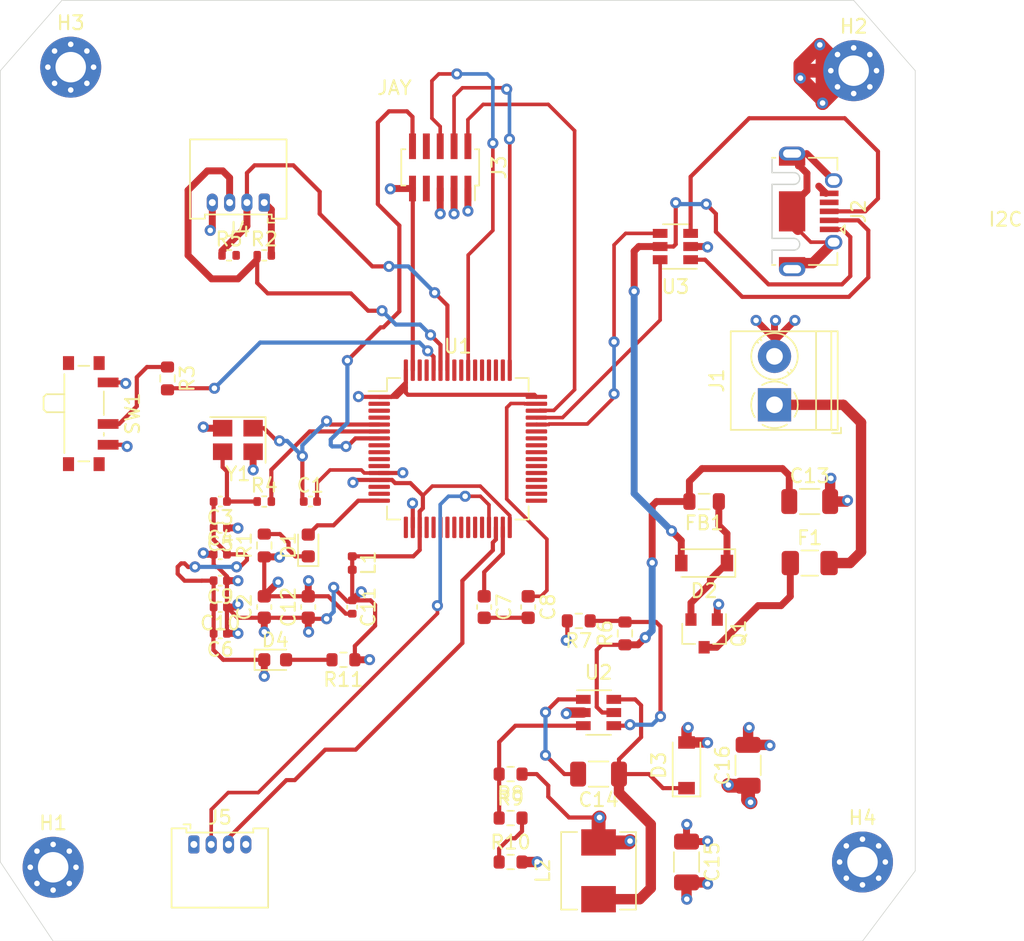
<source format=kicad_pcb>
(kicad_pcb (version 20171130) (host pcbnew "(5.1.9)-1")
  (layers (0 F.Cu signal) (1 In1.Cu power) (2 In2.Cu power) (31 B.Cu signal) (34 B.Paste user) (35 F.Paste user) (36 B.SilkS user) (37 F.SilkS user) (38 B.Mask user) (39 F.Mask user) (44 Edge.Cuts user))
  (net 0 "")
  (net 1 GND)
  (net 2 HSE_IN)
  (net 3 +3.3VA)
  (net 4 "Net-(C3-Pad1)")
  (net 5 "Net-(C7-Pad1)")
  (net 6 "Net-(C7-Pad2)")
  (net 7 "Net-(C8-Pad1)")
  (net 8 BUCK_IN)
  (net 9 BUCK_SW)
  (net 10 BUCK_BST)
  (net 11 LED_STATUS)
  (net 12 "Net-(D1-Pad1)")
  (net 13 "Net-(D2-Pad1)")
  (net 14 +5V)
  (net 15 "Net-(D4-Pad2)")
  (net 16 "Net-(F1-Pad1)")
  (net 17 +12V)
  (net 18 "Net-(J2-Pad6)")
  (net 19 "Net-(J2-Pad4)")
  (net 20 USB_CONN_D+)
  (net 21 USB_CONN_D-)
  (net 22 SWDIO)
  (net 23 SWCLK)
  (net 24 SWO)
  (net 25 "Net-(J3-Pad7)")
  (net 26 "Net-(J3-Pad8)")
  (net 27 NRST)
  (net 28 I2C1_SCL)
  (net 29 I2C1_SDA)
  (net 30 USART3_RX)
  (net 31 USART3_TX)
  (net 32 BOOTO)
  (net 33 "Net-(R3-Pad1)")
  (net 34 HSE_OUT)
  (net 35 BUCK_EN)
  (net 36 BUCK_FB)
  (net 37 "Net-(R10-Pad1)")
  (net 38 +3V3)
  (net 39 "Net-(U1-Pad2)")
  (net 40 "Net-(U1-Pad3)")
  (net 41 "Net-(U1-Pad4)")
  (net 42 "Net-(U1-Pad8)")
  (net 43 "Net-(U1-Pad9)")
  (net 44 "Net-(U1-Pad10)")
  (net 45 "Net-(U1-Pad11)")
  (net 46 "Net-(U1-Pad14)")
  (net 47 "Net-(U1-Pad15)")
  (net 48 "Net-(U1-Pad17)")
  (net 49 "Net-(U1-Pad20)")
  (net 50 "Net-(U1-Pad21)")
  (net 51 "Net-(U1-Pad22)")
  (net 52 "Net-(U1-Pad23)")
  (net 53 "Net-(U1-Pad24)")
  (net 54 "Net-(U1-Pad25)")
  (net 55 "Net-(U1-Pad26)")
  (net 56 "Net-(U1-Pad27)")
  (net 57 "Net-(U1-Pad28)")
  (net 58 "Net-(U1-Pad33)")
  (net 59 "Net-(U1-Pad34)")
  (net 60 "Net-(U1-Pad35)")
  (net 61 "Net-(U1-Pad36)")
  (net 62 "Net-(U1-Pad37)")
  (net 63 "Net-(U1-Pad38)")
  (net 64 "Net-(U1-Pad39)")
  (net 65 "Net-(U1-Pad40)")
  (net 66 "Net-(U1-Pad41)")
  (net 67 "Net-(U1-Pad42)")
  (net 68 "Net-(U1-Pad43)")
  (net 69 USB_D+)
  (net 70 USB_D-)
  (net 71 "Net-(U1-Pad50)")
  (net 72 "Net-(U1-Pad51)")
  (net 73 "Net-(U1-Pad52)")
  (net 74 "Net-(U1-Pad53)")
  (net 75 "Net-(U1-Pad54)")
  (net 76 "Net-(U1-Pad56)")
  (net 77 "Net-(U1-Pad57)")
  (net 78 "Net-(U1-Pad61)")
  (net 79 "Net-(U1-Pad62)")
  (module Connector_USB:USB_Micro-AB_Molex_47590-0001 (layer F.Cu) (at 165.1 60.325 270)
    (fp_text reference J2 (at 0 -4.8 270) (layer F.SilkS))
    (fp_text value USB_B_Micro)
    (fp_line (start 2.8 1.45) (end 3.75 1.45) (layer Edge.Cuts) (width 0.1))
    (fp_line (start 2.8 -0.125) (end 2.8 1.45) (layer Edge.Cuts) (width 0.1))
    (fp_line (start 1.95 -0.125) (end 1.95 1.45) (layer Edge.Cuts) (width 0.1))
    (fp_line (start -1.95 1.45) (end 1.95 1.45) (layer Edge.Cuts) (width 0.1))
    (fp_line (start -1.95 -0.125) (end -1.95 1.45) (layer Edge.Cuts) (width 0.1))
    (fp_line (start -2.8 -0.125) (end -2.8 1.45) (layer Edge.Cuts) (width 0.1))
    (fp_line (start -3.75 1.45) (end -2.8 1.45) (layer Edge.Cuts) (width 0.1))
    (fp_arc (start 2.375 -0.125) (end 1.95 -0.125) (angle 180) (layer Edge.Cuts) (width 0.1))
    (fp_arc (start -2.375 -0.125) (end -2.8 -0.125) (angle 180) (layer Edge.Cuts) (width 0.1))
    (pad 6 thru_hole oval (at -2.225 -3 270) (size 1.05 1.25) (drill oval 0.65 0.85) (layers *.Cu *.Mask) (net 18 "Net-(J2-Pad6)"))
    (pad 5 smd rect (at -1.3 -2.675 270) (size 0.4 1.35) (layers F.Cu F.Paste F.Mask) (net 1 GND))
    (pad 4 smd rect (at -0.65 -2.675 270) (size 0.4 1.35) (layers F.Cu F.Paste F.Mask) (net 19 "Net-(J2-Pad4)"))
    (pad 3 smd rect (at 0 -2.675 270) (size 0.4 1.35) (layers F.Cu F.Paste F.Mask) (net 20 USB_CONN_D+))
    (pad 1 smd rect (at 1.3 -2.675 270) (size 0.4 1.35) (layers F.Cu F.Paste F.Mask) (net 14 +5V))
    (pad 6 thru_hole oval (at 2.225 -3 270) (size 1.05 1.25) (drill oval 0.65 0.85) (layers *.Cu *.Mask) (net 18 "Net-(J2-Pad6)"))
    (pad 6 thru_hole oval (at -4.175 0 270) (size 1 1.9) (drill oval 0.6 1.3) (layers *.Cu *.Mask) (net 18 "Net-(J2-Pad6)"))
    (pad 6 thru_hole oval (at 4.175 0 270) (size 1 1.9) (drill oval 0.6 1.3) (layers *.Cu *.Mask) (net 18 "Net-(J2-Pad6)"))
    (pad 2 smd rect (at 0.65 -2.675 270) (size 0.4 1.35) (layers F.Cu F.Paste F.Mask) (net 21 USB_CONN_D-))
    (pad 6 smd rect (at 0 0 270) (size 2.9 1.9) (layers F.Cu F.Paste F.Mask) (net 18 "Net-(J2-Pad6)"))
    (pad 6 smd rect (at 3.7375 0 270) (size 0.875 1.9) (layers F.Cu F.Mask) (net 18 "Net-(J2-Pad6)"))
    (pad 6 smd rect (at -3.7375 0 270) (size 0.875 1.9) (layers F.Cu F.Mask) (net 18 "Net-(J2-Pad6)"))
  )
  (module Capacitor_SMD:C_0402_1005Metric (layer F.Cu) (at 130.33 81.28)
    (fp_text reference C1 (at 0 -1.16) (layer F.SilkS))
    (fp_text value 12p)
    (pad 2 smd roundrect (at 0.48 0) (size 0.56 0.62) (layers F.Cu F.Paste F.Mask) (net 1 GND))
    (pad 1 smd roundrect (at -0.48 0) (size 0.56 0.62) (layers F.Cu F.Paste F.Mask) (net 2 HSE_IN))
  )
  (module Capacitor_SMD:C_0603_1608Metric (layer F.Cu) (at 127 88.9 90)
    (fp_text reference C2 (at 0 -1.43 90) (layer F.SilkS))
    (fp_text value 4u7)
    (pad 2 smd roundrect (at 0.775 0 90) (size 0.9 0.95) (layers F.Cu F.Paste F.Mask) (net 1 GND))
    (pad 1 smd roundrect (at -0.775 0 90) (size 0.9 0.95) (layers F.Cu F.Paste F.Mask) (net 3 +3.3VA))
  )
  (module Capacitor_SMD:C_0402_1005Metric (layer F.Cu) (at 123.825 81.28 180)
    (fp_text reference C3 (at 0 -1.16) (layer F.SilkS))
    (fp_text value 12p)
    (pad 1 smd roundrect (at -0.48 0 180) (size 0.56 0.62) (layers F.Cu F.Paste F.Mask) (net 4 "Net-(C3-Pad1)"))
    (pad 2 smd roundrect (at 0.48 0 180) (size 0.56 0.62) (layers F.Cu F.Paste F.Mask) (net 1 GND))
  )
  (module Capacitor_SMD:C_0402_1005Metric (layer F.Cu) (at 123.825 85.09)
    (fp_text reference C4 (at 0 -1.16) (layer F.SilkS))
    (fp_text value 100n)
    (pad 2 smd roundrect (at 0.48 0) (size 0.56 0.62) (layers F.Cu F.Paste F.Mask) (net 1 GND))
    (pad 1 smd roundrect (at -0.48 0) (size 0.56 0.62) (layers F.Cu F.Paste F.Mask) (net 3 +3.3VA))
  )
  (module Capacitor_SMD:C_0402_1005Metric (layer F.Cu) (at 123.825 83.185 180)
    (fp_text reference C5 (at 0 -1.16) (layer F.SilkS))
    (fp_text value 100n)
    (pad 1 smd roundrect (at -0.48 0 180) (size 0.56 0.62) (layers F.Cu F.Paste F.Mask) (net 3 +3.3VA))
    (pad 2 smd roundrect (at 0.48 0 180) (size 0.56 0.62) (layers F.Cu F.Paste F.Mask) (net 1 GND))
  )
  (module Capacitor_SMD:C_0402_1005Metric (layer F.Cu) (at 123.825 90.805 180)
    (fp_text reference C6 (at 0 -1.16) (layer F.SilkS))
    (fp_text value 100n)
    (pad 2 smd roundrect (at 0.48 0 180) (size 0.56 0.62) (layers F.Cu F.Paste F.Mask) (net 1 GND))
    (pad 1 smd roundrect (at -0.48 0 180) (size 0.56 0.62) (layers F.Cu F.Paste F.Mask) (net 3 +3.3VA))
  )
  (module Capacitor_SMD:C_0603_1608Metric (layer F.Cu) (at 142.875 88.9 270)
    (fp_text reference C7 (at 0 -1.43 90) (layer F.SilkS))
    (fp_text value 2n2)
    (pad 1 smd roundrect (at -0.775 0 270) (size 0.9 0.95) (layers F.Cu F.Paste F.Mask) (net 5 "Net-(C7-Pad1)"))
    (pad 2 smd roundrect (at 0.775 0 270) (size 0.9 0.95) (layers F.Cu F.Paste F.Mask) (net 6 "Net-(C7-Pad2)"))
  )
  (module Capacitor_SMD:C_0603_1608Metric (layer F.Cu) (at 146.05 88.9 270)
    (fp_text reference C8 (at 0 -1.43 90) (layer F.SilkS))
    (fp_text value 2n2)
    (pad 2 smd roundrect (at 0.775 0 270) (size 0.9 0.95) (layers F.Cu F.Paste F.Mask) (net 6 "Net-(C7-Pad2)"))
    (pad 1 smd roundrect (at -0.775 0 270) (size 0.9 0.95) (layers F.Cu F.Paste F.Mask) (net 7 "Net-(C8-Pad1)"))
  )
  (module Capacitor_SMD:C_0402_1005Metric (layer F.Cu) (at 123.825 86.995 180)
    (fp_text reference C9 (at 0 -1.16) (layer F.SilkS))
    (fp_text value 100n)
    (pad 1 smd roundrect (at -0.48 0 180) (size 0.56 0.62) (layers F.Cu F.Paste F.Mask) (net 3 +3.3VA))
    (pad 2 smd roundrect (at 0.48 0 180) (size 0.56 0.62) (layers F.Cu F.Paste F.Mask) (net 1 GND))
  )
  (module Capacitor_SMD:C_0402_1005Metric (layer F.Cu) (at 123.825 88.9 180)
    (fp_text reference C10 (at 0 -1.16) (layer F.SilkS))
    (fp_text value 100n)
    (pad 2 smd roundrect (at 0.48 0 180) (size 0.56 0.62) (layers F.Cu F.Paste F.Mask) (net 1 GND))
    (pad 1 smd roundrect (at -0.48 0 180) (size 0.56 0.62) (layers F.Cu F.Paste F.Mask) (net 3 +3.3VA))
  )
  (module Capacitor_SMD:C_0402_1005Metric (layer F.Cu) (at 133.35 88.9 270)
    (fp_text reference C11 (at 0 -1.16 90) (layer F.SilkS))
    (fp_text value 10n)
    (pad 1 smd roundrect (at -0.48 0 270) (size 0.56 0.62) (layers F.Cu F.Paste F.Mask) (net 3 +3.3VA))
    (pad 2 smd roundrect (at 0.48 0 270) (size 0.56 0.62) (layers F.Cu F.Paste F.Mask) (net 1 GND))
  )
  (module Capacitor_SMD:C_0603_1608Metric (layer F.Cu) (at 130.175 88.9 90)
    (fp_text reference C12 (at 0 -1.43 90) (layer F.SilkS))
    (fp_text value 10n)
    (pad 1 smd roundrect (at -0.775 0 90) (size 0.9 0.95) (layers F.Cu F.Paste F.Mask) (net 3 +3.3VA))
    (pad 2 smd roundrect (at 0.775 0 90) (size 0.9 0.95) (layers F.Cu F.Paste F.Mask) (net 1 GND))
  )
  (module Capacitor_SMD:C_1206_3216Metric (layer F.Cu) (at 166.37 81.28)
    (fp_text reference C13 (at 0 -1.85) (layer F.SilkS))
    (fp_text value 10u)
    (pad 2 smd roundrect (at 1.475 0) (size 1.15 1.8) (layers F.Cu F.Paste F.Mask) (roundrect_rratio 0.2173904347826087) (net 1 GND))
    (pad 1 smd roundrect (at -1.475 0) (size 1.15 1.8) (layers F.Cu F.Paste F.Mask) (roundrect_rratio 0.2173904347826087) (net 8 BUCK_IN))
  )
  (module Capacitor_SMD:C_1206_3216Metric (layer F.Cu) (at 151.13 100.965 180)
    (fp_text reference C14 (at 0 -1.85) (layer F.SilkS))
    (fp_text value 10u)
    (pad 1 smd roundrect (at -1.475 0 180) (size 1.15 1.8) (layers F.Cu F.Paste F.Mask) (roundrect_rratio 0.2173904347826087) (net 9 BUCK_SW))
    (pad 2 smd roundrect (at 1.475 0 180) (size 1.15 1.8) (layers F.Cu F.Paste F.Mask) (roundrect_rratio 0.2173904347826087) (net 10 BUCK_BST))
  )
  (module Capacitor_SMD:C_1206_3216Metric (layer F.Cu) (at 157.48 107.315 270)
    (fp_text reference C15 (at 0 -1.85 90) (layer F.SilkS))
    (fp_text value 10u)
    (pad 1 smd roundrect (at -1.475 0 270) (size 1.15 1.8) (layers F.Cu F.Paste F.Mask) (roundrect_rratio 0.2173904347826087) (net 3 +3.3VA))
    (pad 2 smd roundrect (at 1.475 0 270) (size 1.15 1.8) (layers F.Cu F.Paste F.Mask) (roundrect_rratio 0.2173904347826087) (net 1 GND))
  )
  (module Capacitor_SMD:C_1206_3216Metric (layer F.Cu) (at 161.925 100.33 90)
    (fp_text reference C16 (at 0 -1.85 90) (layer F.SilkS))
    (fp_text value 10u)
    (pad 2 smd roundrect (at 1.475 0 90) (size 1.15 1.8) (layers F.Cu F.Paste F.Mask) (roundrect_rratio 0.2173904347826087) (net 1 GND))
    (pad 1 smd roundrect (at -1.475 0 90) (size 1.15 1.8) (layers F.Cu F.Paste F.Mask) (roundrect_rratio 0.2173904347826087) (net 3 +3.3VA))
  )
  (module LED_SMD:LED_0603_1608Metric (layer F.Cu) (at 130.175 84.455 90)
    (fp_text reference D1 (at 0 -1.43 90) (layer F.SilkS))
    (fp_text value blue-led)
    (pad 2 smd roundrect (at 0.7875 0 90) (size 0.875 0.95) (layers F.Cu F.Paste F.Mask) (net 11 LED_STATUS))
    (pad 1 smd roundrect (at -0.7875 0 90) (size 0.875 0.95) (layers F.Cu F.Paste F.Mask) (net 12 "Net-(D1-Pad1)"))
  )
  (module Diode_SMD:D_SOD-123 (layer F.Cu) (at 158.75 85.725 180)
    (fp_text reference D2 (at 0 -2) (layer F.SilkS))
    (fp_text value B5819W)
    (pad 1 smd rect (at -1.65 0 180) (size 0.9 1.2) (layers F.Cu F.Paste F.Mask) (net 13 "Net-(D2-Pad1)"))
    (pad 2 smd rect (at 1.65 0 180) (size 0.9 1.2) (layers F.Cu F.Paste F.Mask) (net 14 +5V))
  )
  (module Diode_SMD:D_SOD-123 (layer F.Cu) (at 157.48 100.33 90)
    (fp_text reference D3 (at 0 -2 90) (layer F.SilkS))
    (fp_text value B5819W)
    (pad 2 smd rect (at 1.65 0 90) (size 0.9 1.2) (layers F.Cu F.Paste F.Mask) (net 1 GND))
    (pad 1 smd rect (at -1.65 0 90) (size 0.9 1.2) (layers F.Cu F.Paste F.Mask) (net 9 BUCK_SW))
  )
  (module LED_SMD:LED_0603_1608Metric (layer F.Cu) (at 127.7875 92.71)
    (fp_text reference D4 (at 0 -1.43) (layer F.SilkS))
    (fp_text value RED)
    (pad 1 smd roundrect (at -0.7875 0) (size 0.875 0.95) (layers F.Cu F.Paste F.Mask) (net 1 GND))
    (pad 2 smd roundrect (at 0.7875 0) (size 0.875 0.95) (layers F.Cu F.Paste F.Mask) (net 15 "Net-(D4-Pad2)"))
  )
  (module Fuse:Fuse_1206_3216Metric (layer F.Cu) (at 166.37 85.725)
    (fp_text reference F1 (at 0 -1.82) (layer F.SilkS))
    (fp_text value 250mA)
    (pad 1 smd roundrect (at -1.4 0) (size 1.25 1.75) (layers F.Cu F.Paste F.Mask) (roundrect_rratio 0.2) (net 16 "Net-(F1-Pad1)"))
    (pad 2 smd roundrect (at 1.4 0) (size 1.25 1.75) (layers F.Cu F.Paste F.Mask) (roundrect_rratio 0.2) (net 17 +12V))
  )
  (module Inductor_SMD:L_0805_2012Metric (layer F.Cu) (at 158.75 81.28 180)
    (fp_text reference FB1 (at 0 -1.55) (layer F.SilkS))
    (fp_text value "600 @ 600MHz")
    (pad 1 smd roundrect (at -1.0625 0 180) (size 0.875 1.2) (layers F.Cu F.Paste F.Mask) (net 13 "Net-(D2-Pad1)"))
    (pad 2 smd roundrect (at 1.0625 0 180) (size 0.875 1.2) (layers F.Cu F.Paste F.Mask) (net 8 BUCK_IN))
  )
  (module MountingHole:MountingHole_2.2mm_M2_Pad_Via (layer F.Cu) (at 111.76 107.695)
    (fp_text reference H1 (at 0 -3.2) (layer F.SilkS))
    (fp_text value MountingHole_Pad)
    (pad 1 thru_hole circle (at 1.166726 -1.166726) (size 0.7 0.7) (drill 0.4) (layers *.Cu *.Mask) (net 1 GND))
    (pad 1 thru_hole circle (at 0 -1.65) (size 0.7 0.7) (drill 0.4) (layers *.Cu *.Mask) (net 1 GND))
    (pad 1 thru_hole circle (at -1.166726 -1.166726) (size 0.7 0.7) (drill 0.4) (layers *.Cu *.Mask) (net 1 GND))
    (pad 1 thru_hole circle (at -1.65 0) (size 0.7 0.7) (drill 0.4) (layers *.Cu *.Mask) (net 1 GND))
    (pad 1 thru_hole circle (at -1.166726 1.166726) (size 0.7 0.7) (drill 0.4) (layers *.Cu *.Mask) (net 1 GND))
    (pad 1 thru_hole circle (at 0 1.65) (size 0.7 0.7) (drill 0.4) (layers *.Cu *.Mask) (net 1 GND))
    (pad 1 thru_hole circle (at 1.166726 1.166726) (size 0.7 0.7) (drill 0.4) (layers *.Cu *.Mask) (net 1 GND))
    (pad 1 thru_hole circle (at 1.65 0) (size 0.7 0.7) (drill 0.4) (layers *.Cu *.Mask) (net 1 GND))
    (pad 1 thru_hole circle (at 0 0) (size 4.4 4.4) (drill 2.2) (layers *.Cu *.Mask) (net 1 GND))
  )
  (module MountingHole:MountingHole_2.2mm_M2_Pad_Via (layer F.Cu) (at 169.545 50.165)
    (fp_text reference H2 (at 0 -3.2) (layer F.SilkS))
    (fp_text value MountingHole_Pad)
    (pad 1 thru_hole circle (at 0 0) (size 4.4 4.4) (drill 2.2) (layers *.Cu *.Mask) (net 1 GND))
    (pad 1 thru_hole circle (at 1.65 0) (size 0.7 0.7) (drill 0.4) (layers *.Cu *.Mask) (net 1 GND))
    (pad 1 thru_hole circle (at 1.166726 1.166726) (size 0.7 0.7) (drill 0.4) (layers *.Cu *.Mask) (net 1 GND))
    (pad 1 thru_hole circle (at 0 1.65) (size 0.7 0.7) (drill 0.4) (layers *.Cu *.Mask) (net 1 GND))
    (pad 1 thru_hole circle (at -1.166726 1.166726) (size 0.7 0.7) (drill 0.4) (layers *.Cu *.Mask) (net 1 GND))
    (pad 1 thru_hole circle (at -1.65 0) (size 0.7 0.7) (drill 0.4) (layers *.Cu *.Mask) (net 1 GND))
    (pad 1 thru_hole circle (at -1.166726 -1.166726) (size 0.7 0.7) (drill 0.4) (layers *.Cu *.Mask) (net 1 GND))
    (pad 1 thru_hole circle (at 0 -1.65) (size 0.7 0.7) (drill 0.4) (layers *.Cu *.Mask) (net 1 GND))
    (pad 1 thru_hole circle (at 1.166726 -1.166726) (size 0.7 0.7) (drill 0.4) (layers *.Cu *.Mask) (net 1 GND))
  )
  (module MountingHole:MountingHole_2.2mm_M2_Pad_Via (layer F.Cu) (at 113.03 49.91)
    (fp_text reference H3 (at 0 -3.2) (layer F.SilkS))
    (fp_text value MountingHole_Pad)
    (pad 1 thru_hole circle (at 1.166726 -1.166726) (size 0.7 0.7) (drill 0.4) (layers *.Cu *.Mask) (net 1 GND))
    (pad 1 thru_hole circle (at 0 -1.65) (size 0.7 0.7) (drill 0.4) (layers *.Cu *.Mask) (net 1 GND))
    (pad 1 thru_hole circle (at -1.166726 -1.166726) (size 0.7 0.7) (drill 0.4) (layers *.Cu *.Mask) (net 1 GND))
    (pad 1 thru_hole circle (at -1.65 0) (size 0.7 0.7) (drill 0.4) (layers *.Cu *.Mask) (net 1 GND))
    (pad 1 thru_hole circle (at -1.166726 1.166726) (size 0.7 0.7) (drill 0.4) (layers *.Cu *.Mask) (net 1 GND))
    (pad 1 thru_hole circle (at 0 1.65) (size 0.7 0.7) (drill 0.4) (layers *.Cu *.Mask) (net 1 GND))
    (pad 1 thru_hole circle (at 1.166726 1.166726) (size 0.7 0.7) (drill 0.4) (layers *.Cu *.Mask) (net 1 GND))
    (pad 1 thru_hole circle (at 1.65 0) (size 0.7 0.7) (drill 0.4) (layers *.Cu *.Mask) (net 1 GND))
    (pad 1 thru_hole circle (at 0 0) (size 4.4 4.4) (drill 2.2) (layers *.Cu *.Mask) (net 1 GND))
  )
  (module MountingHole:MountingHole_2.2mm_M2_Pad_Via (layer F.Cu) (at 170.18 107.315)
    (fp_text reference H4 (at 0 -3.2) (layer F.SilkS))
    (fp_text value MountingHole_Pad)
    (pad 1 thru_hole circle (at 0 0) (size 4.4 4.4) (drill 2.2) (layers *.Cu *.Mask) (net 1 GND))
    (pad 1 thru_hole circle (at 1.65 0) (size 0.7 0.7) (drill 0.4) (layers *.Cu *.Mask) (net 1 GND))
    (pad 1 thru_hole circle (at 1.166726 1.166726) (size 0.7 0.7) (drill 0.4) (layers *.Cu *.Mask) (net 1 GND))
    (pad 1 thru_hole circle (at 0 1.65) (size 0.7 0.7) (drill 0.4) (layers *.Cu *.Mask) (net 1 GND))
    (pad 1 thru_hole circle (at -1.166726 1.166726) (size 0.7 0.7) (drill 0.4) (layers *.Cu *.Mask) (net 1 GND))
    (pad 1 thru_hole circle (at -1.65 0) (size 0.7 0.7) (drill 0.4) (layers *.Cu *.Mask) (net 1 GND))
    (pad 1 thru_hole circle (at -1.166726 -1.166726) (size 0.7 0.7) (drill 0.4) (layers *.Cu *.Mask) (net 1 GND))
    (pad 1 thru_hole circle (at 0 -1.65) (size 0.7 0.7) (drill 0.4) (layers *.Cu *.Mask) (net 1 GND))
    (pad 1 thru_hole circle (at 1.166726 -1.166726) (size 0.7 0.7) (drill 0.4) (layers *.Cu *.Mask) (net 1 GND))
  )
  (module TerminalBlock_Phoenix:TerminalBlock_Phoenix_PT-1,5-2-3.5-H_1x02_P3.50mm_Horizontal (layer F.Cu) (at 163.83 74.295 90)
    (fp_text reference J1 (at 1.75 -4.16 90) (layer F.SilkS))
    (fp_text value Screw_Terminal_01x02)
    (pad 1 thru_hole rect (at 0 0 90) (size 2.4 2.4) (drill 1.2) (layers *.Cu *.Mask) (net 17 +12V))
    (pad 2 thru_hole circle (at 3.5 0 90) (size 2.4 2.4) (drill 1.2) (layers *.Cu *.Mask) (net 1 GND))
  )
  (module Connector_PinSocket_1.00mm:PinSocket_2x05_P1.00mm_Vertical_SMD (layer F.Cu) (at 139.7 57.15 270)
    (fp_text reference J3 (at 0 -4.25 90) (layer F.SilkS))
    (fp_text value SWD)
    (pad 1 smd rect (at 1.525 -2 270) (size 1.85 0.5) (layers F.Cu F.Paste F.Mask) (net 3 +3.3VA))
    (pad 2 smd rect (at -1.525 -2 270) (size 1.85 0.5) (layers F.Cu F.Paste F.Mask) (net 22 SWDIO))
    (pad 3 smd rect (at 1.525 -1 270) (size 1.85 0.5) (layers F.Cu F.Paste F.Mask) (net 1 GND))
    (pad 4 smd rect (at -1.525 -1 270) (size 1.85 0.5) (layers F.Cu F.Paste F.Mask) (net 23 SWCLK))
    (pad 5 smd rect (at 1.525 0 270) (size 1.85 0.5) (layers F.Cu F.Paste F.Mask) (net 1 GND))
    (pad 6 smd rect (at -1.525 0 270) (size 1.85 0.5) (layers F.Cu F.Paste F.Mask) (net 24 SWO))
    (pad 7 smd rect (at 1.525 1 270) (size 1.85 0.5) (layers F.Cu F.Paste F.Mask) (net 25 "Net-(J3-Pad7)"))
    (pad 8 smd rect (at -1.525 1 270) (size 1.85 0.5) (layers F.Cu F.Paste F.Mask) (net 26 "Net-(J3-Pad8)"))
    (pad 9 smd rect (at 1.525 2 270) (size 1.85 0.5) (layers F.Cu F.Paste F.Mask) (net 1 GND))
    (pad 10 smd rect (at -1.525 2 270) (size 1.85 0.5) (layers F.Cu F.Paste F.Mask) (net 27 NRST))
  )
  (module Connector_Molex:Molex_PicoBlade_53048-0410_1x04_P1.25mm_Horizontal (layer F.Cu) (at 127 59.69 180)
    (fp_text reference J4 (at 1.88 -1.95) (layer F.SilkS))
    (fp_text value Conn_01x04)
    (pad 1 thru_hole roundrect (at 0 0 180) (size 0.8 1.3) (drill 0.5) (layers *.Cu *.Mask) (net 3 +3.3VA))
    (pad 2 thru_hole oval (at 1.25 0 180) (size 0.8 1.3) (drill 0.5) (layers *.Cu *.Mask) (net 28 I2C1_SCL))
    (pad 3 thru_hole oval (at 2.5 0 180) (size 0.8 1.3) (drill 0.5) (layers *.Cu *.Mask) (net 29 I2C1_SDA))
    (pad 4 thru_hole oval (at 3.75 0 180) (size 0.8 1.3) (drill 0.5) (layers *.Cu *.Mask) (net 1 GND))
  )
  (module Connector_Molex:Molex_PicoBlade_53048-0410_1x04_P1.25mm_Horizontal (layer F.Cu) (at 121.92 106.045)
    (fp_text reference J5 (at 1.88 -1.95) (layer F.SilkS))
    (fp_text value Conn_01x04)
    (pad 4 thru_hole oval (at 3.75 0) (size 0.8 1.3) (drill 0.5) (layers *.Cu *.Mask) (net 1 GND))
    (pad 3 thru_hole oval (at 2.5 0) (size 0.8 1.3) (drill 0.5) (layers *.Cu *.Mask) (net 30 USART3_RX))
    (pad 2 thru_hole oval (at 1.25 0) (size 0.8 1.3) (drill 0.5) (layers *.Cu *.Mask) (net 31 USART3_TX))
    (pad 1 thru_hole roundrect (at 0 0) (size 0.8 1.3) (drill 0.5) (layers *.Cu *.Mask) (net 3 +3.3VA))
  )
  (module Inductor_SMD:L_0402_1005Metric (layer F.Cu) (at 133.35 85.725 270)
    (fp_text reference L1 (at 0 -1.17 90) (layer F.SilkS))
    (fp_text value 39n)
    (pad 1 smd roundrect (at -0.485 0 270) (size 0.59 0.64) (layers F.Cu F.Paste F.Mask) (net 3 +3.3VA))
    (pad 2 smd roundrect (at 0.485 0 270) (size 0.59 0.64) (layers F.Cu F.Paste F.Mask) (net 3 +3.3VA))
  )
  (module Inductor_SMD:L_Sunlord_MWSA0518_5.4x5.2mm (layer F.Cu) (at 151.13 107.95 90)
    (fp_text reference L2 (at 0 -4.02 90) (layer F.SilkS))
    (fp_text value 10u)
    (pad 1 smd rect (at -2.05 0 90) (size 1.9 2.5) (layers F.Cu F.Paste F.Mask) (net 9 BUCK_SW))
    (pad 2 smd rect (at 2.05 0 90) (size 1.9 2.5) (layers F.Cu F.Paste F.Mask) (net 3 +3.3VA))
  )
  (module Package_TO_SOT_SMD:SOT-23 (layer F.Cu) (at 158.75 90.805 270)
    (fp_text reference Q1 (at 0 -2.5 90) (layer F.SilkS))
    (fp_text value AO3401A)
    (pad 1 smd rect (at -1 -0.95 270) (size 0.9 0.8) (layers F.Cu F.Paste F.Mask) (net 1 GND))
    (pad 2 smd rect (at -1 0.95 270) (size 0.9 0.8) (layers F.Cu F.Paste F.Mask) (net 13 "Net-(D2-Pad1)"))
    (pad 3 smd rect (at 1 0 270) (size 0.9 0.8) (layers F.Cu F.Paste F.Mask) (net 16 "Net-(F1-Pad1)"))
  )
  (module Resistor_SMD:R_0603_1608Metric (layer F.Cu) (at 127 84.455 90)
    (fp_text reference R1 (at 0 -1.43 90) (layer F.SilkS))
    (fp_text value 10k)
    (pad 2 smd roundrect (at 0.825 0 90) (size 0.8 0.95) (layers F.Cu F.Paste F.Mask) (net 12 "Net-(D1-Pad1)"))
    (pad 1 smd roundrect (at -0.825 0 90) (size 0.8 0.95) (layers F.Cu F.Paste F.Mask) (net 1 GND))
  )
  (module Resistor_SMD:R_0402_1005Metric (layer F.Cu) (at 127 63.5)
    (fp_text reference R2 (at 0 -1.17) (layer F.SilkS))
    (fp_text value 47)
    (pad 2 smd roundrect (at 0.51 0) (size 0.54 0.64) (layers F.Cu F.Paste F.Mask) (net 3 +3.3VA))
    (pad 1 smd roundrect (at -0.51 0) (size 0.54 0.64) (layers F.Cu F.Paste F.Mask) (net 29 I2C1_SDA))
  )
  (module Resistor_SMD:R_0603_1608Metric (layer F.Cu) (at 120.015 72.39 270)
    (fp_text reference R3 (at 0 -1.43 90) (layer F.SilkS))
    (fp_text value 10k)
    (pad 2 smd roundrect (at 0.825 0 270) (size 0.8 0.95) (layers F.Cu F.Paste F.Mask) (net 32 BOOTO))
    (pad 1 smd roundrect (at -0.825 0 270) (size 0.8 0.95) (layers F.Cu F.Paste F.Mask) (net 33 "Net-(R3-Pad1)"))
  )
  (module Resistor_SMD:R_0402_1005Metric (layer F.Cu) (at 127 81.28)
    (fp_text reference R4 (at 0 -1.17) (layer F.SilkS))
    (fp_text value 47)
    (pad 1 smd roundrect (at -0.51 0) (size 0.54 0.64) (layers F.Cu F.Paste F.Mask) (net 4 "Net-(C3-Pad1)"))
    (pad 2 smd roundrect (at 0.51 0) (size 0.54 0.64) (layers F.Cu F.Paste F.Mask) (net 34 HSE_OUT))
  )
  (module Resistor_SMD:R_0402_1005Metric (layer F.Cu) (at 124.46 63.5)
    (fp_text reference R5 (at 0 -1.17) (layer F.SilkS))
    (fp_text value 47)
    (pad 1 smd roundrect (at -0.51 0) (size 0.54 0.64) (layers F.Cu F.Paste F.Mask) (net 28 I2C1_SCL))
    (pad 2 smd roundrect (at 0.51 0) (size 0.54 0.64) (layers F.Cu F.Paste F.Mask) (net 3 +3.3VA))
  )
  (module Resistor_SMD:R_0603_1608Metric (layer F.Cu) (at 153.035 90.805 90)
    (fp_text reference R6 (at 0 -1.43 90) (layer F.SilkS))
    (fp_text value 100k)
    (pad 1 smd roundrect (at -0.825 0 90) (size 0.8 0.95) (layers F.Cu F.Paste F.Mask) (net 8 BUCK_IN))
    (pad 2 smd roundrect (at 0.825 0 90) (size 0.8 0.95) (layers F.Cu F.Paste F.Mask) (net 35 BUCK_EN))
  )
  (module Resistor_SMD:R_0603_1608Metric (layer F.Cu) (at 149.7 89.9 180)
    (fp_text reference R7 (at 0 -1.43) (layer F.SilkS))
    (fp_text value 68k)
    (pad 2 smd roundrect (at 0.825 0 180) (size 0.8 0.95) (layers F.Cu F.Paste F.Mask) (net 1 GND))
    (pad 1 smd roundrect (at -0.825 0 180) (size 0.8 0.95) (layers F.Cu F.Paste F.Mask) (net 35 BUCK_EN))
  )
  (module Resistor_SMD:R_0603_1608Metric (layer F.Cu) (at 144.78 100.965 180)
    (fp_text reference R8 (at 0 -1.43) (layer F.SilkS))
    (fp_text value 68k)
    (pad 1 smd roundrect (at -0.825 0 180) (size 0.8 0.95) (layers F.Cu F.Paste F.Mask) (net 3 +3.3VA))
    (pad 2 smd roundrect (at 0.825 0 180) (size 0.8 0.95) (layers F.Cu F.Paste F.Mask) (net 36 BUCK_FB))
  )
  (module Resistor_SMD:R_0603_1608Metric (layer F.Cu) (at 144.78 104.14)
    (fp_text reference R9 (at 0 -1.43) (layer F.SilkS))
    (fp_text value 68k)
    (pad 2 smd roundrect (at 0.825 0) (size 0.8 0.95) (layers F.Cu F.Paste F.Mask) (net 37 "Net-(R10-Pad1)"))
    (pad 1 smd roundrect (at -0.825 0) (size 0.8 0.95) (layers F.Cu F.Paste F.Mask) (net 36 BUCK_FB))
  )
  (module Resistor_SMD:R_0603_1608Metric (layer F.Cu) (at 144.78 107.315)
    (fp_text reference R10 (at 0 -1.43) (layer F.SilkS))
    (fp_text value 68k)
    (pad 1 smd roundrect (at -0.825 0) (size 0.8 0.95) (layers F.Cu F.Paste F.Mask) (net 37 "Net-(R10-Pad1)"))
    (pad 2 smd roundrect (at 0.825 0) (size 0.8 0.95) (layers F.Cu F.Paste F.Mask) (net 1 GND))
  )
  (module Resistor_SMD:R_0603_1608Metric (layer F.Cu) (at 132.715 92.71 180)
    (fp_text reference R11 (at 0 -1.43) (layer F.SilkS))
    (fp_text value 4K7)
    (pad 1 smd roundrect (at -0.825 0 180) (size 0.8 0.95) (layers F.Cu F.Paste F.Mask) (net 3 +3.3VA))
    (pad 2 smd roundrect (at 0.825 0 180) (size 0.8 0.95) (layers F.Cu F.Paste F.Mask) (net 15 "Net-(D4-Pad2)"))
  )
  (module Button_Switch_SMD:SW_SPDT_PCM12 (layer F.Cu) (at 114.3 74.93 270)
    (fp_text reference SW1 (at 0 -3.2 90) (layer F.SilkS))
    (fp_text value SW_SPDT)
    (pad "" np_thru_hole circle (at -1.5 0.33 270) (size 0.9 0.9) (drill 0.9) (layers *.Cu *.Mask))
    (pad "" np_thru_hole circle (at 1.5 0.33 270) (size 0.9 0.9) (drill 0.9) (layers *.Cu *.Mask))
    (pad 1 smd rect (at -2.25 -1.43 270) (size 0.7 1.5) (layers F.Cu F.Paste F.Mask) (net 38 +3V3))
    (pad 2 smd rect (at 0.75 -1.43 270) (size 0.7 1.5) (layers F.Cu F.Paste F.Mask) (net 33 "Net-(R3-Pad1)"))
    (pad 3 smd rect (at 2.25 -1.43 270) (size 0.7 1.5) (layers F.Cu F.Paste F.Mask) (net 1 GND))
    (pad "" smd rect (at -3.65 1.43 270) (size 1 0.8) (layers F.Cu F.Paste F.Mask))
    (pad "" smd rect (at 3.65 1.43 270) (size 1 0.8) (layers F.Cu F.Paste F.Mask))
    (pad "" smd rect (at 3.65 -0.78 270) (size 1 0.8) (layers F.Cu F.Paste F.Mask))
    (pad "" smd rect (at -3.65 -0.78 270) (size 1 0.8) (layers F.Cu F.Paste F.Mask))
  )
  (module Package_QFP:LQFP-64_10x10mm_P0.5mm (layer F.Cu) (at 140.97 77.47)
    (fp_text reference U1 (at 0 -7.4) (layer F.SilkS))
    (fp_text value STM32F405RGTx)
    (pad 1 smd roundrect (at -5.675 -3.75) (size 1.55 0.3) (layers F.Cu F.Paste F.Mask) (net 3 +3.3VA))
    (pad 2 smd roundrect (at -5.675 -3.25) (size 1.55 0.3) (layers F.Cu F.Paste F.Mask) (net 39 "Net-(U1-Pad2)"))
    (pad 3 smd roundrect (at -5.675 -2.75) (size 1.55 0.3) (layers F.Cu F.Paste F.Mask) (net 40 "Net-(U1-Pad3)"))
    (pad 4 smd roundrect (at -5.675 -2.25) (size 1.55 0.3) (layers F.Cu F.Paste F.Mask) (net 41 "Net-(U1-Pad4)"))
    (pad 5 smd roundrect (at -5.675 -1.75) (size 1.55 0.3) (layers F.Cu F.Paste F.Mask) (net 2 HSE_IN))
    (pad 6 smd roundrect (at -5.675 -1.25) (size 1.55 0.3) (layers F.Cu F.Paste F.Mask) (net 34 HSE_OUT))
    (pad 7 smd roundrect (at -5.675 -0.75) (size 1.55 0.3) (layers F.Cu F.Paste F.Mask) (net 27 NRST))
    (pad 8 smd roundrect (at -5.675 -0.25) (size 1.55 0.3) (layers F.Cu F.Paste F.Mask) (net 42 "Net-(U1-Pad8)"))
    (pad 9 smd roundrect (at -5.675 0.25) (size 1.55 0.3) (layers F.Cu F.Paste F.Mask) (net 43 "Net-(U1-Pad9)"))
    (pad 10 smd roundrect (at -5.675 0.75) (size 1.55 0.3) (layers F.Cu F.Paste F.Mask) (net 44 "Net-(U1-Pad10)"))
    (pad 11 smd roundrect (at -5.675 1.25) (size 1.55 0.3) (layers F.Cu F.Paste F.Mask) (net 45 "Net-(U1-Pad11)"))
    (pad 12 smd roundrect (at -5.675 1.75) (size 1.55 0.3) (layers F.Cu F.Paste F.Mask) (net 1 GND))
    (pad 13 smd roundrect (at -5.675 2.25) (size 1.55 0.3) (layers F.Cu F.Paste F.Mask) (net 3 +3.3VA))
    (pad 14 smd roundrect (at -5.675 2.75) (size 1.55 0.3) (layers F.Cu F.Paste F.Mask) (net 46 "Net-(U1-Pad14)"))
    (pad 15 smd roundrect (at -5.675 3.25) (size 1.55 0.3) (layers F.Cu F.Paste F.Mask) (net 47 "Net-(U1-Pad15)"))
    (pad 16 smd roundrect (at -5.675 3.75) (size 1.55 0.3) (layers F.Cu F.Paste F.Mask) (net 11 LED_STATUS))
    (pad 17 smd roundrect (at -3.75 5.675) (size 0.3 1.55) (layers F.Cu F.Paste F.Mask) (net 48 "Net-(U1-Pad17)"))
    (pad 18 smd roundrect (at -3.25 5.675) (size 0.3 1.55) (layers F.Cu F.Paste F.Mask) (net 1 GND))
    (pad 19 smd roundrect (at -2.75 5.675) (size 0.3 1.55) (layers F.Cu F.Paste F.Mask) (net 3 +3.3VA))
    (pad 20 smd roundrect (at -2.25 5.675) (size 0.3 1.55) (layers F.Cu F.Paste F.Mask) (net 49 "Net-(U1-Pad20)"))
    (pad 21 smd roundrect (at -1.75 5.675) (size 0.3 1.55) (layers F.Cu F.Paste F.Mask) (net 50 "Net-(U1-Pad21)"))
    (pad 22 smd roundrect (at -1.25 5.675) (size 0.3 1.55) (layers F.Cu F.Paste F.Mask) (net 51 "Net-(U1-Pad22)"))
    (pad 23 smd roundrect (at -0.75 5.675) (size 0.3 1.55) (layers F.Cu F.Paste F.Mask) (net 52 "Net-(U1-Pad23)"))
    (pad 24 smd roundrect (at -0.25 5.675) (size 0.3 1.55) (layers F.Cu F.Paste F.Mask) (net 53 "Net-(U1-Pad24)"))
    (pad 25 smd roundrect (at 0.25 5.675) (size 0.3 1.55) (layers F.Cu F.Paste F.Mask) (net 54 "Net-(U1-Pad25)"))
    (pad 26 smd roundrect (at 0.75 5.675) (size 0.3 1.55) (layers F.Cu F.Paste F.Mask) (net 55 "Net-(U1-Pad26)"))
    (pad 27 smd roundrect (at 1.25 5.675) (size 0.3 1.55) (layers F.Cu F.Paste F.Mask) (net 56 "Net-(U1-Pad27)"))
    (pad 28 smd roundrect (at 1.75 5.675) (size 0.3 1.55) (layers F.Cu F.Paste F.Mask) (net 57 "Net-(U1-Pad28)"))
    (pad 29 smd roundrect (at 2.25 5.675) (size 0.3 1.55) (layers F.Cu F.Paste F.Mask) (net 31 USART3_TX))
    (pad 30 smd roundrect (at 2.75 5.675) (size 0.3 1.55) (layers F.Cu F.Paste F.Mask) (net 30 USART3_RX))
    (pad 31 smd roundrect (at 3.25 5.675) (size 0.3 1.55) (layers F.Cu F.Paste F.Mask) (net 5 "Net-(C7-Pad1)"))
    (pad 32 smd roundrect (at 3.75 5.675) (size 0.3 1.55) (layers F.Cu F.Paste F.Mask) (net 3 +3.3VA))
    (pad 33 smd roundrect (at 5.675 3.75) (size 1.55 0.3) (layers F.Cu F.Paste F.Mask) (net 58 "Net-(U1-Pad33)"))
    (pad 34 smd roundrect (at 5.675 3.25) (size 1.55 0.3) (layers F.Cu F.Paste F.Mask) (net 59 "Net-(U1-Pad34)"))
    (pad 35 smd roundrect (at 5.675 2.75) (size 1.55 0.3) (layers F.Cu F.Paste F.Mask) (net 60 "Net-(U1-Pad35)"))
    (pad 36 smd roundrect (at 5.675 2.25) (size 1.55 0.3) (layers F.Cu F.Paste F.Mask) (net 61 "Net-(U1-Pad36)"))
    (pad 37 smd roundrect (at 5.675 1.75) (size 1.55 0.3) (layers F.Cu F.Paste F.Mask) (net 62 "Net-(U1-Pad37)"))
    (pad 38 smd roundrect (at 5.675 1.25) (size 1.55 0.3) (layers F.Cu F.Paste F.Mask) (net 63 "Net-(U1-Pad38)"))
    (pad 39 smd roundrect (at 5.675 0.75) (size 1.55 0.3) (layers F.Cu F.Paste F.Mask) (net 64 "Net-(U1-Pad39)"))
    (pad 40 smd roundrect (at 5.675 0.25) (size 1.55 0.3) (layers F.Cu F.Paste F.Mask) (net 65 "Net-(U1-Pad40)"))
    (pad 41 smd roundrect (at 5.675 -0.25) (size 1.55 0.3) (layers F.Cu F.Paste F.Mask) (net 66 "Net-(U1-Pad41)"))
    (pad 42 smd roundrect (at 5.675 -0.75) (size 1.55 0.3) (layers F.Cu F.Paste F.Mask) (net 67 "Net-(U1-Pad42)"))
    (pad 43 smd roundrect (at 5.675 -1.25) (size 1.55 0.3) (layers F.Cu F.Paste F.Mask) (net 68 "Net-(U1-Pad43)"))
    (pad 44 smd roundrect (at 5.675 -1.75) (size 1.55 0.3) (layers F.Cu F.Paste F.Mask) (net 69 USB_D+))
    (pad 45 smd roundrect (at 5.675 -2.25) (size 1.55 0.3) (layers F.Cu F.Paste F.Mask) (net 70 USB_D-))
    (pad 46 smd roundrect (at 5.675 -2.75) (size 1.55 0.3) (layers F.Cu F.Paste F.Mask) (net 22 SWDIO))
    (pad 47 smd roundrect (at 5.675 -3.25) (size 1.55 0.3) (layers F.Cu F.Paste F.Mask) (net 7 "Net-(C8-Pad1)"))
    (pad 48 smd roundrect (at 5.675 -3.75) (size 1.55 0.3) (layers F.Cu F.Paste F.Mask) (net 3 +3.3VA))
    (pad 49 smd roundrect (at 3.75 -5.675) (size 0.3 1.55) (layers F.Cu F.Paste F.Mask) (net 23 SWCLK))
    (pad 50 smd roundrect (at 3.25 -5.675) (size 0.3 1.55) (layers F.Cu F.Paste F.Mask) (net 71 "Net-(U1-Pad50)"))
    (pad 51 smd roundrect (at 2.75 -5.675) (size 0.3 1.55) (layers F.Cu F.Paste F.Mask) (net 72 "Net-(U1-Pad51)"))
    (pad 52 smd roundrect (at 2.25 -5.675) (size 0.3 1.55) (layers F.Cu F.Paste F.Mask) (net 73 "Net-(U1-Pad52)"))
    (pad 53 smd roundrect (at 1.75 -5.675) (size 0.3 1.55) (layers F.Cu F.Paste F.Mask) (net 74 "Net-(U1-Pad53)"))
    (pad 54 smd roundrect (at 1.25 -5.675) (size 0.3 1.55) (layers F.Cu F.Paste F.Mask) (net 75 "Net-(U1-Pad54)"))
    (pad 55 smd roundrect (at 0.75 -5.675) (size 0.3 1.55) (layers F.Cu F.Paste F.Mask) (net 24 SWO))
    (pad 56 smd roundrect (at 0.25 -5.675) (size 0.3 1.55) (layers F.Cu F.Paste F.Mask) (net 76 "Net-(U1-Pad56)"))
    (pad 57 smd roundrect (at -0.25 -5.675) (size 0.3 1.55) (layers F.Cu F.Paste F.Mask) (net 77 "Net-(U1-Pad57)"))
    (pad 58 smd roundrect (at -0.75 -5.675) (size 0.3 1.55) (layers F.Cu F.Paste F.Mask) (net 28 I2C1_SCL))
    (pad 59 smd roundrect (at -1.25 -5.675) (size 0.3 1.55) (layers F.Cu F.Paste F.Mask) (net 29 I2C1_SDA))
    (pad 60 smd roundrect (at -1.75 -5.675) (size 0.3 1.55) (layers F.Cu F.Paste F.Mask) (net 32 BOOTO))
    (pad 61 smd roundrect (at -2.25 -5.675) (size 0.3 1.55) (layers F.Cu F.Paste F.Mask) (net 78 "Net-(U1-Pad61)"))
    (pad 62 smd roundrect (at -2.75 -5.675) (size 0.3 1.55) (layers F.Cu F.Paste F.Mask) (net 79 "Net-(U1-Pad62)"))
    (pad 63 smd roundrect (at -3.25 -5.675) (size 0.3 1.55) (layers F.Cu F.Paste F.Mask) (net 1 GND))
    (pad 64 smd roundrect (at -3.75 -5.675) (size 0.3 1.55) (layers F.Cu F.Paste F.Mask) (net 3 +3.3VA))
  )
  (module Package_TO_SOT_SMD:SOT-23-6 (layer F.Cu) (at 151.13 96.52)
    (fp_text reference U2 (at 0 -2.9) (layer F.SilkS))
    (fp_text value MP2359DJ)
    (pad 5 smd rect (at 1.1 0) (size 1.06 0.65) (layers F.Cu F.Paste F.Mask) (net 8 BUCK_IN))
    (pad 6 smd rect (at 1.1 -0.95) (size 1.06 0.65) (layers F.Cu F.Paste F.Mask) (net 9 BUCK_SW))
    (pad 4 smd rect (at 1.1 0.95) (size 1.06 0.65) (layers F.Cu F.Paste F.Mask) (net 35 BUCK_EN))
    (pad 3 smd rect (at -1.1 0.95) (size 1.06 0.65) (layers F.Cu F.Paste F.Mask) (net 36 BUCK_FB))
    (pad 2 smd rect (at -1.1 0) (size 1.06 0.65) (layers F.Cu F.Paste F.Mask) (net 1 GND))
    (pad 1 smd rect (at -1.1 -0.95) (size 1.06 0.65) (layers F.Cu F.Paste F.Mask) (net 10 BUCK_BST))
  )
  (module Package_TO_SOT_SMD:SOT-23-6 (layer F.Cu) (at 156.675 62.865 180)
    (fp_text reference U3 (at 0 -2.9) (layer F.SilkS))
    (fp_text value USBLC6-2SC6)
    (pad 1 smd rect (at -1.1 -0.95 180) (size 1.06 0.65) (layers F.Cu F.Paste F.Mask) (net 21 USB_CONN_D-))
    (pad 2 smd rect (at -1.1 0 180) (size 1.06 0.65) (layers F.Cu F.Paste F.Mask) (net 1 GND))
    (pad 3 smd rect (at -1.1 0.95 180) (size 1.06 0.65) (layers F.Cu F.Paste F.Mask) (net 20 USB_CONN_D+))
    (pad 4 smd rect (at 1.1 0.95 180) (size 1.06 0.65) (layers F.Cu F.Paste F.Mask) (net 69 USB_D+))
    (pad 6 smd rect (at 1.1 -0.95 180) (size 1.06 0.65) (layers F.Cu F.Paste F.Mask) (net 70 USB_D-))
    (pad 5 smd rect (at 1.1 0 180) (size 1.06 0.65) (layers F.Cu F.Paste F.Mask) (net 14 +5V))
  )
  (module Crystal:Crystal_SMD_3225-4Pin_3.2x2.5mm (layer F.Cu) (at 125.095 76.835 180)
    (fp_text reference Y1 (at 0 -2.45) (layer F.SilkS))
    (fp_text value 16mhz)
    (pad 1 smd rect (at -1.1 0.85 180) (size 1.4 1.2) (layers F.Cu F.Paste F.Mask) (net 2 HSE_IN))
    (pad 2 smd rect (at 1.1 0.85 180) (size 1.4 1.2) (layers F.Cu F.Paste F.Mask) (net 1 GND))
    (pad 3 smd rect (at 1.1 -0.85 180) (size 1.4 1.2) (layers F.Cu F.Paste F.Mask) (net 4 "Net-(C3-Pad1)"))
    (pad 4 smd rect (at -1.1 -0.85 180) (size 1.4 1.2) (layers F.Cu F.Paste F.Mask) (net 1 GND))
  )
  (gr_text JAY (at 136.4 51.4) (layer F.SilkS) (effects (font (size 1 1))))
  (gr_text I2C (at 180.5 60.9) (layer F.SilkS) (effects (font (size 1 1))))
  (gr_line (start 170.18 113.03) (end 173.99 107.95) (layer Edge.Cuts) (width 0.05))
  (gr_line (start 111.76 113.03) (end 170.18 113.03) (layer Edge.Cuts) (width 0.05))
  (gr_line (start 107.95 107.315) (end 111.76 113.03) (layer Edge.Cuts) (width 0.05))
  (gr_line (start 107.95 50.165) (end 107.95 107.315) (layer Edge.Cuts) (width 0.05))
  (gr_line (start 112.395 45.085) (end 107.95 50.165) (layer Edge.Cuts) (width 0.05))
  (gr_line (start 169.545 45.085) (end 112.395 45.085) (layer Edge.Cuts) (width 0.05))
  (gr_line (start 173.99 50.165) (end 169.545 45.085) (layer Edge.Cuts) (width 0.05))
  (gr_line (start 173.99 107.95) (end 173.99 50.165) (layer Edge.Cuts) (width 0.05))
  (via (at 169.1 81.2) (size 0.8) (drill 0.4) (layers F.Cu B.Cu) (net 1))
  (via (at 162.1 103) (size 0.8) (drill 0.4) (layers F.Cu B.Cu) (net 3))
  (via (at 157.5 104.6) (size 0.8) (drill 0.4) (layers F.Cu B.Cu) (net 3))
  (via (at 151.2 104.1) (size 0.8) (drill 0.4) (layers F.Cu B.Cu) (net 3))
  (via (at 153.4 105.8) (size 0.8) (drill 0.4) (layers F.Cu B.Cu) (net 3))
  (via (at 159 105.8) (size 0.8) (drill 0.4) (layers F.Cu B.Cu) (net 3))
  (via (at 141.7 60.3) (size 0.8) (drill 0.4) (layers F.Cu B.Cu) (net 3))
  (via (at 125.1 83.2) (size 0.8) (drill 0.4) (layers F.Cu B.Cu) (net 3))
  (via (at 117 72.75) (size 0.8) (drill 0.4) (layers F.Cu B.Cu) (net 38))
  (via (at 160.5 101.75) (size 0.8) (drill 0.4) (layers F.Cu B.Cu) (net 3))
  (segment (start 130.81 79.94) (end 130.81 81.28) (width 0.3) (layer F.Cu) (net 1))
  (segment (start 131.625 88.125) (end 130.175 88.125) (width 0.3) (layer F.Cu) (net 1))
  (segment (start 132.88 89.38) (end 131.625 88.125) (width 0.3) (layer F.Cu) (net 1))
  (segment (start 133.35 89.38) (end 132.88 89.38) (width 0.3) (layer F.Cu) (net 1))
  (segment (start 130.175 88.125) (end 127 88.125) (width 0.3) (layer F.Cu) (net 1))
  (segment (start 127 88.125) (end 127 85.28) (width 0.3) (layer F.Cu) (net 1))
  (segment (start 127 92.71) (end 124.04 92.71) (width 0.3) (layer F.Cu) (net 1))
  (segment (start 124.04 92.71) (end 123.33 92) (width 0.3) (layer F.Cu) (net 1))
  (segment (start 123.33 90.82) (end 123.345 90.805) (width 0.3) (layer F.Cu) (net 1))
  (segment (start 123.33 92) (end 123.33 90.82) (width 0.3) (layer F.Cu) (net 1))
  (segment (start 123.345 90.805) (end 123.345 88.9) (width 0.3) (layer F.Cu) (net 1))
  (segment (start 123.345 88.9) (end 123.345 86.995) (width 0.3) (layer F.Cu) (net 1))
  (segment (start 123.345 86.995) (end 122.495 86.995) (width 0.3) (layer F.Cu) (net 1))
  (segment (start 122.495 86.995) (end 122.49 87) (width 0.3) (layer F.Cu) (net 1))
  (segment (start 122.49 87) (end 121.25 87) (width 0.3) (layer F.Cu) (net 1))
  (segment (start 121.25 87) (end 120.75 86.5) (width 0.3) (layer F.Cu) (net 1))
  (segment (start 120.75 86.5) (end 120.75 86) (width 0.3) (layer F.Cu) (net 1))
  (segment (start 120.75 86) (end 121 85.75) (width 0.3) (layer F.Cu) (net 1))
  (segment (start 121 85.75) (end 121.25 85.75) (width 0.3) (layer F.Cu) (net 1))
  (segment (start 121.25 85.75) (end 121.5 86) (width 0.3) (layer F.Cu) (net 1))
  (segment (start 121.5 86) (end 121.75 86) (width 0.3) (layer F.Cu) (net 1))
  (via (at 122 86) (size 0.8) (drill 0.4) (layers F.Cu B.Cu) (net 1))
  (segment (start 121.5 86) (end 122 86) (width 0.3) (layer F.Cu) (net 1))
  (segment (start 122 86) (end 125 86) (width 0.3) (layer B.Cu) (net 1))
  (via (at 125 86) (size 0.8) (drill 0.4) (layers F.Cu B.Cu) (net 1))
  (segment (start 125 86) (end 125.25 86) (width 0.3) (layer F.Cu) (net 1))
  (segment (start 125.25 86) (end 125.75 85.5) (width 0.3) (layer F.Cu) (net 1))
  (segment (start 125.75 85.5) (end 125.75 85.25) (width 0.3) (layer F.Cu) (net 1))
  (segment (start 125.59 85.09) (end 124.305 85.09) (width 0.3) (layer F.Cu) (net 1))
  (segment (start 125.75 85.25) (end 125.59 85.09) (width 0.3) (layer F.Cu) (net 1))
  (segment (start 137.72 58.695) (end 137.7 58.675) (width 0.3) (layer F.Cu) (net 1))
  (segment (start 137.72 71.795) (end 137.72 58.695) (width 0.3) (layer F.Cu) (net 1))
  (via (at 167.9 79.6) (size 0.8) (drill 0.4) (layers F.Cu B.Cu) (net 1))
  (via (at 162 97.6) (size 0.8) (drill 0.4) (layers F.Cu B.Cu) (net 1))
  (via (at 163.5 98.9) (size 0.8) (drill 0.4) (layers F.Cu B.Cu) (net 1))
  (via (at 157.6 97.6) (size 0.8) (drill 0.4) (layers F.Cu B.Cu) (net 1))
  (via (at 159 98.7) (size 0.8) (drill 0.4) (layers F.Cu B.Cu) (net 1))
  (via (at 148.8 96.6) (size 0.8) (drill 0.4) (layers F.Cu B.Cu) (net 1))
  (via (at 157.5 110) (size 0.8) (drill 0.4) (layers F.Cu B.Cu) (net 1))
  (via (at 159 108.9) (size 0.8) (drill 0.4) (layers F.Cu B.Cu) (net 1))
  (via (at 146.7 107.3) (size 0.8) (drill 0.4) (layers F.Cu B.Cu) (net 1))
  (via (at 163.9 68.2) (size 0.8) (drill 0.4) (layers F.Cu B.Cu) (net 1))
  (via (at 162.5 68.2) (size 0.8) (drill 0.4) (layers F.Cu B.Cu) (net 1))
  (via (at 165.3 68.2) (size 0.8) (drill 0.4) (layers F.Cu B.Cu) (net 1))
  (via (at 159 62.9) (size 0.8) (drill 0.4) (layers F.Cu B.Cu) (net 1))
  (via (at 140.7 60.5) (size 0.8) (drill 0.4) (layers F.Cu B.Cu) (net 1))
  (via (at 139.7 60.5) (size 0.8) (drill 0.4) (layers F.Cu B.Cu) (net 1))
  (via (at 136.1 58.7) (size 0.8) (drill 0.4) (layers F.Cu B.Cu) (net 1))
  (via (at 123.1 61.7) (size 0.8) (drill 0.4) (layers F.Cu B.Cu) (net 1))
  (via (at 117.1 77.3) (size 0.8) (drill 0.4) (layers F.Cu B.Cu) (net 1))
  (via (at 122.6 75.9) (size 0.8) (drill 0.4) (layers F.Cu B.Cu) (net 1))
  (via (at 126.2 79) (size 0.8) (drill 0.4) (layers F.Cu B.Cu) (net 1))
  (via (at 130.2 87) (size 0.8) (drill 0.4) (layers F.Cu B.Cu) (net 1))
  (via (at 128 87.1) (size 0.8) (drill 0.4) (layers F.Cu B.Cu) (net 1))
  (via (at 137.7 81.4) (size 0.8) (drill 0.4) (layers F.Cu B.Cu) (net 1))
  (via (at 127 93.9) (size 0.8) (drill 0.4) (layers F.Cu B.Cu) (net 1))
  (via (at 128.1 85.3) (size 0.8) (drill 0.4) (layers F.Cu B.Cu) (net 1))
  (segment (start 148.88 96.52) (end 148.8 96.6) (width 0.75) (layer F.Cu) (net 1))
  (segment (start 150.03 96.52) (end 148.88 96.52) (width 0.75) (layer F.Cu) (net 1))
  (segment (start 146.685 107.315) (end 146.7 107.3) (width 0.75) (layer F.Cu) (net 1))
  (segment (start 145.605 107.315) (end 146.685 107.315) (width 0.75) (layer F.Cu) (net 1))
  (segment (start 157.48 109.98) (end 157.5 110) (width 0.75) (layer F.Cu) (net 1))
  (segment (start 157.48 108.79) (end 157.48 109.98) (width 0.75) (layer F.Cu) (net 1))
  (segment (start 158.89 108.79) (end 159 108.9) (width 0.75) (layer F.Cu) (net 1))
  (segment (start 157.48 108.79) (end 158.89 108.79) (width 0.75) (layer F.Cu) (net 1))
  (segment (start 158.98 98.68) (end 159 98.7) (width 0.75) (layer F.Cu) (net 1))
  (segment (start 157.48 98.68) (end 158.98 98.68) (width 0.75) (layer F.Cu) (net 1))
  (segment (start 157.48 97.72) (end 157.6 97.6) (width 0.75) (layer F.Cu) (net 1))
  (segment (start 157.48 98.68) (end 157.48 97.72) (width 0.75) (layer F.Cu) (net 1))
  (segment (start 163.455 98.855) (end 163.5 98.9) (width 0.75) (layer F.Cu) (net 1))
  (segment (start 161.925 98.855) (end 163.455 98.855) (width 0.75) (layer F.Cu) (net 1))
  (segment (start 161.925 97.675) (end 162 97.6) (width 0.75) (layer F.Cu) (net 1))
  (segment (start 161.925 98.855) (end 161.925 97.675) (width 0.75) (layer F.Cu) (net 1))
  (segment (start 169.02 81.28) (end 169.1 81.2) (width 0.75) (layer F.Cu) (net 1))
  (segment (start 167.845 81.28) (end 169.02 81.28) (width 0.75) (layer F.Cu) (net 1))
  (segment (start 167.845 79.655) (end 167.9 79.6) (width 0.75) (layer F.Cu) (net 1))
  (segment (start 167.845 81.28) (end 167.845 79.655) (width 0.75) (layer F.Cu) (net 1))
  (segment (start 167.02499 58.503862) (end 167.546127 59.024999) (width 0.5) (layer F.Cu) (net 1))
  (segment (start 158.965 62.865) (end 159 62.9) (width 0.5) (layer F.Cu) (net 1))
  (segment (start 157.775 62.865) (end 158.965 62.865) (width 0.5) (layer F.Cu) (net 1))
  (segment (start 163.83 68.27) (end 163.9 68.2) (width 0.5) (layer F.Cu) (net 1))
  (segment (start 163.83 70.795) (end 163.83 68.27) (width 0.5) (layer F.Cu) (net 1))
  (segment (start 163.83 69.67) (end 165.3 68.2) (width 0.5) (layer F.Cu) (net 1))
  (segment (start 163.83 70.795) (end 163.83 69.67) (width 0.5) (layer F.Cu) (net 1))
  (segment (start 163.83 69.53) (end 162.5 68.2) (width 0.5) (layer F.Cu) (net 1))
  (segment (start 163.83 70.795) (end 163.83 69.53) (width 0.5) (layer F.Cu) (net 1))
  (segment (start 140.7 58.675) (end 140.7 60.5) (width 0.5) (layer F.Cu) (net 1))
  (segment (start 139.7 58.675) (end 139.7 60.5) (width 0.5) (layer F.Cu) (net 1))
  (segment (start 136.125 58.675) (end 136.1 58.7) (width 0.5) (layer F.Cu) (net 1))
  (segment (start 137.7 58.675) (end 136.125 58.675) (width 0.5) (layer F.Cu) (net 1))
  (segment (start 123.25 61.55) (end 123.1 61.7) (width 0.5) (layer F.Cu) (net 1))
  (segment (start 123.25 59.69) (end 123.25 61.55) (width 0.5) (layer F.Cu) (net 1))
  (segment (start 137.72 81.42) (end 137.7 81.4) (width 0.3) (layer F.Cu) (net 1))
  (segment (start 137.72 83.145) (end 137.72 81.42) (width 0.3) (layer F.Cu) (net 1))
  (segment (start 127 88.1) (end 128 87.1) (width 0.5) (layer F.Cu) (net 1))
  (segment (start 127 88.125) (end 127 88.1) (width 0.5) (layer F.Cu) (net 1))
  (segment (start 128.08 85.28) (end 128.1 85.3) (width 0.5) (layer F.Cu) (net 1))
  (segment (start 127 85.28) (end 128.08 85.28) (width 0.5) (layer F.Cu) (net 1))
  (segment (start 130.175 87.025) (end 130.2 87) (width 0.5) (layer F.Cu) (net 1))
  (segment (start 130.175 88.125) (end 130.175 87.025) (width 0.5) (layer F.Cu) (net 1))
  (segment (start 127 92.71) (end 127 93.9) (width 0.5) (layer F.Cu) (net 1))
  (segment (start 126.195 78.995) (end 126.2 79) (width 0.5) (layer F.Cu) (net 1))
  (segment (start 126.195 77.685) (end 126.195 78.995) (width 0.5) (layer F.Cu) (net 1))
  (segment (start 122.685 75.985) (end 122.6 75.9) (width 0.5) (layer F.Cu) (net 1))
  (segment (start 123.995 75.985) (end 122.685 75.985) (width 0.5) (layer F.Cu) (net 1))
  (segment (start 123.345 83.185) (end 123.345 81.28) (width 0.3) (layer F.Cu) (net 1))
  (segment (start 123.345 84.045) (end 123.345 83.185) (width 0.3) (layer F.Cu) (net 1))
  (segment (start 124.305 85.005) (end 123.345 84.045) (width 0.3) (layer F.Cu) (net 1))
  (segment (start 124.305 85.09) (end 124.305 85.005) (width 0.3) (layer F.Cu) (net 1))
  (segment (start 137.7 81.4) (end 137.7 81.4) (width 0.3) (layer B.Cu) (net 1))
  (segment (start 137.7 81.4) (end 137.7 81.3) (width 0.3) (layer B.Cu) (net 1))
  (via (at 137.7 81.4) (size 0.8) (drill 0.4) (layers F.Cu B.Cu) (net 1))
  (via (at 137 79.2) (size 0.8) (drill 0.4) (layers F.Cu B.Cu) (net 1))
  (segment (start 136.98 79.22) (end 137 79.2) (width 0.3) (layer F.Cu) (net 1))
  (segment (start 135.295 79.22) (end 136.98 79.22) (width 0.3) (layer F.Cu) (net 1))
  (via (at 148.8 91.3) (size 0.8) (drill 0.4) (layers F.Cu B.Cu) (net 1))
  (segment (start 148.875 91.225) (end 148.8 91.3) (width 0.3) (layer F.Cu) (net 1))
  (segment (start 148.875 89.9) (end 148.875 91.225) (width 0.3) (layer F.Cu) (net 1))
  (via (at 159.8 88.7) (size 0.8) (drill 0.4) (layers F.Cu B.Cu) (net 1))
  (segment (start 159.7 88.8) (end 159.8 88.7) (width 0.5) (layer F.Cu) (net 1))
  (segment (start 159.7 89.805) (end 159.7 88.8) (width 0.5) (layer F.Cu) (net 1))
  (via (at 165.7 50.7) (size 0.8) (drill 0.4) (layers F.Cu B.Cu) (net 1))
  (via (at 167.1 48.3) (size 0.8) (drill 0.4) (layers F.Cu B.Cu) (net 1))
  (via (at 167.3 52.5) (size 0.8) (drill 0.4) (layers F.Cu B.Cu) (net 1))
  (segment (start 168.965 50.165) (end 167.1 48.3) (width 1) (layer F.Cu) (net 1))
  (segment (start 169.545 50.165) (end 168.965 50.165) (width 1) (layer F.Cu) (net 1))
  (segment (start 166.235 50.165) (end 165.7 50.7) (width 1) (layer F.Cu) (net 1))
  (segment (start 169.545 50.165) (end 166.235 50.165) (width 1) (layer F.Cu) (net 1))
  (segment (start 169.545 50.255) (end 167.3 52.5) (width 1) (layer F.Cu) (net 1))
  (segment (start 169.545 50.165) (end 169.545 50.255) (width 1) (layer F.Cu) (net 1))
  (segment (start 167.3 52.3) (end 165.7 50.7) (width 1) (layer F.Cu) (net 1))
  (segment (start 167.3 52.5) (end 167.3 52.3) (width 1) (layer F.Cu) (net 1))
  (segment (start 165.7 49.7) (end 167.1 48.3) (width 1) (layer F.Cu) (net 1))
  (segment (start 165.7 50.7) (end 165.7 49.7) (width 1) (layer F.Cu) (net 1))
  (segment (start 167.3 48.5) (end 167.1 48.3) (width 1) (layer F.Cu) (net 1))
  (segment (start 167.3 52.5) (end 167.3 48.5) (width 1) (layer F.Cu) (net 1))
  (segment (start 135.295 79.22) (end 134.22 79.22) (width 0.261112) (layer F.Cu) (net 1))
  (segment (start 134.22 79.22) (end 134 79) (width 0.261112) (layer F.Cu) (net 1))
  (segment (start 131.75 79) (end 130.81 79.94) (width 0.261112) (layer F.Cu) (net 1))
  (segment (start 134 79) (end 131.75 79) (width 0.261112) (layer F.Cu) (net 1))
  (segment (start 116.98 77.18) (end 117.1 77.3) (width 0.3) (layer F.Cu) (net 1))
  (segment (start 115.73 77.18) (end 116.98 77.18) (width 0.3) (layer F.Cu) (net 1))
  (via (at 131.5 75.47) (size 0.8) (drill 0.4) (layers F.Cu B.Cu) (net 2))
  (segment (start 131.75 75.72) (end 131.5 75.47) (width 0.3) (layer F.Cu) (net 2))
  (segment (start 135.295 75.72) (end 131.75 75.72) (width 0.3) (layer F.Cu) (net 2))
  (via (at 129.75 78) (size 0.8) (drill 0.4) (layers F.Cu B.Cu) (net 2))
  (segment (start 129.75 77.22) (end 129.75 78) (width 0.3) (layer B.Cu) (net 2))
  (segment (start 131.5 75.47) (end 129.75 77.22) (width 0.3) (layer B.Cu) (net 2))
  (segment (start 129.75 81.18) (end 129.85 81.28) (width 0.3) (layer F.Cu) (net 2))
  (segment (start 129.75 78) (end 129.75 81.18) (width 0.3) (layer F.Cu) (net 2))
  (segment (start 126.195 75.985) (end 126.985 75.985) (width 0.3) (layer F.Cu) (net 2))
  (via (at 128.1 76.9) (size 0.8) (drill 0.4) (layers F.Cu B.Cu) (net 2))
  (segment (start 127.9 76.9) (end 128.1 76.9) (width 0.3) (layer F.Cu) (net 2))
  (segment (start 126.985 75.985) (end 127.9 76.9) (width 0.3) (layer F.Cu) (net 2))
  (segment (start 128.65 76.9) (end 129.75 78) (width 0.3) (layer B.Cu) (net 2))
  (segment (start 128.1 76.9) (end 128.65 76.9) (width 0.3) (layer B.Cu) (net 2))
  (segment (start 138.22 83.145) (end 138.22 84.78) (width 0.3) (layer F.Cu) (net 3))
  (segment (start 137.76 85.24) (end 133.35 85.24) (width 0.3) (layer F.Cu) (net 3))
  (segment (start 138.22 84.78) (end 137.76 85.24) (width 0.3) (layer F.Cu) (net 3))
  (segment (start 133.54 92.71) (end 133.54 92.71) (width 0.3) (layer F.Cu) (net 3))
  (segment (start 133.54 91.71) (end 135 90.25) (width 0.3) (layer F.Cu) (net 3))
  (segment (start 135 90.25) (end 135 88.75) (width 0.3) (layer F.Cu) (net 3))
  (segment (start 134.67 88.42) (end 133.35 88.42) (width 0.3) (layer F.Cu) (net 3))
  (segment (start 135 88.75) (end 134.67 88.42) (width 0.3) (layer F.Cu) (net 3))
  (segment (start 133.35 88.42) (end 133.35 86.21) (width 0.3) (layer F.Cu) (net 3))
  (segment (start 133.35 85.24) (end 133.35 86.21) (width 0.3) (layer F.Cu) (net 3))
  (segment (start 133.35 88.42) (end 133.17 88.42) (width 0.3) (layer F.Cu) (net 3))
  (segment (start 133.09 88.5) (end 133 88.5) (width 0.3) (layer F.Cu) (net 3))
  (segment (start 133.17 88.42) (end 133.09 88.5) (width 0.3) (layer F.Cu) (net 3))
  (via (at 132.010872 87.48188) (size 0.8) (drill 0.4) (layers F.Cu B.Cu) (net 3))
  (segment (start 132.010872 87.510872) (end 132.010872 87.48188) (width 0.3) (layer F.Cu) (net 3))
  (segment (start 133 88.5) (end 132.010872 87.510872) (width 0.3) (layer F.Cu) (net 3))
  (via (at 131.5 89.75) (size 0.8) (drill 0.4) (layers F.Cu B.Cu) (net 3))
  (segment (start 132.010872 89.239128) (end 132.010872 87.48188) (width 0.3) (layer B.Cu) (net 3))
  (segment (start 131.5 89.75) (end 132.010872 89.239128) (width 0.3) (layer B.Cu) (net 3))
  (segment (start 130.25 89.75) (end 130.175 89.675) (width 0.3) (layer F.Cu) (net 3))
  (segment (start 131.5 89.75) (end 130.25 89.75) (width 0.3) (layer F.Cu) (net 3))
  (segment (start 130.175 89.675) (end 128.025 89.675) (width 0.3) (layer F.Cu) (net 3))
  (segment (start 125.08 89.675) (end 124.4525 89.0475) (width 0.3) (layer F.Cu) (net 3))
  (segment (start 127 89.675) (end 125.08 89.675) (width 0.3) (layer F.Cu) (net 3))
  (segment (start 124.305 90.805) (end 124.305 90.805) (width 0.3) (layer F.Cu) (net 3))
  (segment (start 124.305 88.9) (end 124.305 86.995) (width 0.3) (layer F.Cu) (net 3))
  (segment (start 124.305 86.685) (end 123.62 86) (width 0.3) (layer F.Cu) (net 3))
  (segment (start 124.305 86.995) (end 124.305 86.685) (width 0.3) (layer F.Cu) (net 3))
  (segment (start 123.62 86) (end 123.5 86) (width 0.3) (layer F.Cu) (net 3))
  (segment (start 123.345 85.845) (end 123.345 85.09) (width 0.3) (layer F.Cu) (net 3))
  (segment (start 123.5 86) (end 123.345 85.845) (width 0.3) (layer F.Cu) (net 3))
  (segment (start 123.345 85.09) (end 123.345 85.09) (width 0.3) (layer F.Cu) (net 3))
  (via (at 122.6 85) (size 0.8) (drill 0.4) (layers F.Cu B.Cu) (net 3))
  (segment (start 124.305 86.995) (end 124.305 86.995) (width 0.3) (layer F.Cu) (net 3))
  (via (at 125.1 87) (size 0.8) (drill 0.4) (layers F.Cu B.Cu) (net 3))
  (segment (start 124.4525 89.0475) (end 124.305 88.9) (width 0.3) (layer F.Cu) (net 3))
  (via (at 125.1 88.7) (size 0.8) (drill 0.4) (layers F.Cu B.Cu) (net 3))
  (segment (start 127 89.675) (end 127 89.675) (width 0.3) (layer F.Cu) (net 3))
  (via (at 127 90.7) (size 0.8) (drill 0.4) (layers F.Cu B.Cu) (net 3))
  (segment (start 128.025 89.675) (end 127 89.675) (width 0.3) (layer F.Cu) (net 3))
  (via (at 130.2 90.7) (size 0.8) (drill 0.4) (layers F.Cu B.Cu) (net 3))
  (segment (start 124.305 90.805) (end 124.305 88.9) (width 0.3) (layer F.Cu) (net 3))
  (via (at 125.1 90.8) (size 0.8) (drill 0.4) (layers F.Cu B.Cu) (net 3))
  (segment (start 133.54 92.71) (end 133.54 91.71) (width 0.3) (layer F.Cu) (net 3))
  (via (at 134.6 92.7) (size 0.8) (drill 0.4) (layers F.Cu B.Cu) (net 3))
  (segment (start 133.35 88.42) (end 133.35 88.42) (width 0.3) (layer F.Cu) (net 3))
  (via (at 134 87.8) (size 0.8) (drill 0.4) (layers F.Cu B.Cu) (net 3))
  (segment (start 130.175 90.675) (end 130.2 90.7) (width 0.5) (layer F.Cu) (net 3))
  (segment (start 130.175 89.675) (end 130.175 90.675) (width 0.5) (layer F.Cu) (net 3))
  (segment (start 127 89.675) (end 127 90.7) (width 0.5) (layer F.Cu) (net 3))
  (segment (start 133.38 88.42) (end 134 87.8) (width 0.5) (layer F.Cu) (net 3))
  (segment (start 133.35 88.42) (end 133.38 88.42) (width 0.5) (layer F.Cu) (net 3))
  (segment (start 157.48 104.62) (end 157.5 104.6) (width 0.5) (layer F.Cu) (net 3))
  (segment (start 157.48 105.84) (end 157.48 104.62) (width 0.5) (layer F.Cu) (net 3))
  (segment (start 158.96 105.84) (end 159 105.8) (width 0.5) (layer F.Cu) (net 3))
  (segment (start 157.48 105.84) (end 158.96 105.84) (width 0.5) (layer F.Cu) (net 3))
  (segment (start 124.9 88.9) (end 125.1 88.7) (width 0.5) (layer F.Cu) (net 3))
  (segment (start 124.305 88.9) (end 124.9 88.9) (width 0.5) (layer F.Cu) (net 3))
  (segment (start 125.095 90.805) (end 125.1 90.8) (width 0.5) (layer F.Cu) (net 3))
  (segment (start 124.305 90.805) (end 125.095 90.805) (width 0.5) (layer F.Cu) (net 3))
  (segment (start 125.095 86.995) (end 125.1 87) (width 0.5) (layer F.Cu) (net 3))
  (segment (start 124.305 86.995) (end 125.095 86.995) (width 0.5) (layer F.Cu) (net 3))
  (segment (start 122.69 85.09) (end 122.6 85) (width 0.5) (layer F.Cu) (net 3))
  (segment (start 123.345 85.09) (end 122.69 85.09) (width 0.5) (layer F.Cu) (net 3))
  (segment (start 125.085 83.185) (end 125.1 83.2) (width 0.5) (layer F.Cu) (net 3))
  (segment (start 124.305 83.185) (end 125.085 83.185) (width 0.5) (layer F.Cu) (net 3))
  (segment (start 134.59 92.71) (end 134.6 92.7) (width 0.5) (layer F.Cu) (net 3))
  (segment (start 133.54 92.71) (end 134.59 92.71) (width 0.5) (layer F.Cu) (net 3))
  (segment (start 161.925 102.825) (end 162.1 103) (width 1) (layer F.Cu) (net 3))
  (segment (start 161.925 101.805) (end 161.925 102.825) (width 1) (layer F.Cu) (net 3))
  (segment (start 160.555 101.805) (end 160.5 101.75) (width 1) (layer F.Cu) (net 3))
  (segment (start 161.925 101.805) (end 160.555 101.805) (width 1) (layer F.Cu) (net 3))
  (segment (start 153.3 105.9) (end 153.4 105.8) (width 1) (layer F.Cu) (net 3))
  (segment (start 151.13 105.9) (end 153.3 105.9) (width 1) (layer F.Cu) (net 3))
  (segment (start 151.13 104.17) (end 151.2 104.1) (width 1) (layer F.Cu) (net 3))
  (segment (start 151.13 105.9) (end 151.13 104.17) (width 1) (layer F.Cu) (net 3))
  (segment (start 141.7 58.675) (end 141.7 60.3) (width 0.5) (layer F.Cu) (net 3))
  (segment (start 138.450001 81.760001) (end 138.450001 80.850001) (width 0.3) (layer F.Cu) (net 3))
  (segment (start 138.22 81.990002) (end 138.450001 81.760001) (width 0.3) (layer F.Cu) (net 3))
  (segment (start 138.22 83.145) (end 138.22 81.990002) (width 0.3) (layer F.Cu) (net 3))
  (segment (start 136.22 79.72) (end 135.295 79.72) (width 0.3) (layer F.Cu) (net 3))
  (segment (start 136.450001 79.950001) (end 136.22 79.72) (width 0.3) (layer F.Cu) (net 3))
  (segment (start 137.550001 79.950001) (end 136.450001 79.950001) (width 0.3) (layer F.Cu) (net 3))
  (segment (start 138.450001 80.850001) (end 137.550001 79.950001) (width 0.3) (layer F.Cu) (net 3))
  (segment (start 145.605 100.965) (end 146.665 100.965) (width 0.3) (layer F.Cu) (net 3))
  (segment (start 146.665 100.965) (end 147.5 101.8) (width 0.3) (layer F.Cu) (net 3))
  (segment (start 147.5 101.8) (end 147.5 102.6) (width 0.3) (layer F.Cu) (net 3))
  (segment (start 149 104.1) (end 151.2 104.1) (width 0.3) (layer F.Cu) (net 3))
  (segment (start 147.5 102.6) (end 149 104.1) (width 0.3) (layer F.Cu) (net 3))
  (segment (start 127.51 60.2) (end 127 59.69) (width 0.5) (layer F.Cu) (net 3))
  (segment (start 127.51 63.5) (end 127.51 60.2) (width 0.5) (layer F.Cu) (net 3))
  (segment (start 146.495 73.57) (end 137.37 73.57) (width 0.3) (layer F.Cu) (net 3))
  (segment (start 146.645 73.72) (end 146.495 73.57) (width 0.3) (layer F.Cu) (net 3))
  (segment (start 137.37 73.57) (end 137.22 73.42) (width 0.3) (layer F.Cu) (net 3))
  (segment (start 136.18 73.72) (end 137.22 72.68) (width 0.3) (layer F.Cu) (net 3))
  (segment (start 135.295 73.72) (end 136.18 73.72) (width 0.3) (layer F.Cu) (net 3))
  (segment (start 137.22 72.68) (end 137.22 71.795) (width 0.3) (layer F.Cu) (net 3))
  (segment (start 136.58 73.72) (end 137.22 73.08) (width 0.3) (layer F.Cu) (net 3))
  (segment (start 135.295 73.72) (end 136.58 73.72) (width 0.3) (layer F.Cu) (net 3))
  (segment (start 137.22 73.08) (end 137.22 72.68) (width 0.3) (layer F.Cu) (net 3))
  (segment (start 137.22 73.42) (end 137.22 73.08) (width 0.3) (layer F.Cu) (net 3))
  (via (at 133.4 79.9) (size 0.8) (drill 0.4) (layers F.Cu B.Cu) (net 3))
  (segment (start 133.58 79.72) (end 133.4 79.9) (width 0.3) (layer F.Cu) (net 3))
  (segment (start 135.295 79.72) (end 133.58 79.72) (width 0.3) (layer F.Cu) (net 3))
  (via (at 133.8 73.7) (size 0.8) (drill 0.4) (layers F.Cu B.Cu) (net 3))
  (segment (start 133.82 73.72) (end 133.8 73.7) (width 0.3) (layer F.Cu) (net 3))
  (segment (start 135.295 73.72) (end 133.82 73.72) (width 0.3) (layer F.Cu) (net 3))
  (segment (start 139.130559 80.169443) (end 138.450001 80.850001) (width 0.261112) (layer F.Cu) (net 3))
  (segment (start 142.593003 80.169443) (end 139.130559 80.169443) (width 0.261112) (layer F.Cu) (net 3))
  (segment (start 144.72 82.29644) (end 142.593003 80.169443) (width 0.261112) (layer F.Cu) (net 3))
  (segment (start 144.72 83.145) (end 144.72 82.29644) (width 0.261112) (layer F.Cu) (net 3))
  (segment (start 124.305 81.28) (end 124.305 79.105) (width 0.3) (layer F.Cu) (net 4))
  (segment (start 123.995 78.795) (end 123.995 77.685) (width 0.3) (layer F.Cu) (net 4))
  (segment (start 124.305 79.105) (end 123.995 78.795) (width 0.3) (layer F.Cu) (net 4))
  (segment (start 126.49 81.28) (end 124.305 81.28) (width 0.3) (layer F.Cu) (net 4))
  (segment (start 144.22 83.145) (end 144.22 85.03) (width 0.3) (layer F.Cu) (net 5))
  (segment (start 142.875 86.375) (end 142.875 88.125) (width 0.3) (layer F.Cu) (net 5))
  (segment (start 144.22 85.03) (end 142.875 86.375) (width 0.3) (layer F.Cu) (net 5))
  (segment (start 146.05 89.675) (end 142.875 89.675) (width 0.3) (layer F.Cu) (net 6))
  (segment (start 146.975 88.125) (end 146.05 88.125) (width 0.261112) (layer F.Cu) (net 7))
  (segment (start 147.4 87.7) (end 146.975 88.125) (width 0.261112) (layer F.Cu) (net 7))
  (segment (start 144.5 81.1) (end 147.4 84) (width 0.261112) (layer F.Cu) (net 7))
  (segment (start 144.5 74.5) (end 144.5 81.1) (width 0.261112) (layer F.Cu) (net 7))
  (segment (start 147.4 84) (end 147.4 87.7) (width 0.261112) (layer F.Cu) (net 7))
  (segment (start 144.8 74.2) (end 144.5 74.5) (width 0.261112) (layer F.Cu) (net 7))
  (segment (start 145.77644 74.2) (end 144.8 74.2) (width 0.261112) (layer F.Cu) (net 7))
  (segment (start 145.79644 74.22) (end 145.77644 74.2) (width 0.261112) (layer F.Cu) (net 7))
  (segment (start 146.645 74.22) (end 145.79644 74.22) (width 0.261112) (layer F.Cu) (net 7))
  (segment (start 151.4 96.52) (end 151 96.12) (width 0.3) (layer F.Cu) (net 8))
  (segment (start 152.23 96.52) (end 151.4 96.52) (width 0.3) (layer F.Cu) (net 8))
  (segment (start 151 96.12) (end 151 92) (width 0.3) (layer F.Cu) (net 8))
  (segment (start 151.37 91.63) (end 153.035 91.63) (width 0.3) (layer F.Cu) (net 8))
  (segment (start 151 92) (end 151.37 91.63) (width 0.3) (layer F.Cu) (net 8))
  (via (at 154.5 91.1) (size 0.8) (drill 0.4) (layers F.Cu B.Cu) (net 8))
  (segment (start 153.97 91.63) (end 154.5 91.1) (width 0.5) (layer F.Cu) (net 8))
  (segment (start 153.035 91.63) (end 153.97 91.63) (width 0.5) (layer F.Cu) (net 8))
  (segment (start 154.5 91.1) (end 155 90.6) (width 0.5) (layer B.Cu) (net 8))
  (via (at 155 85.7) (size 0.8) (drill 0.4) (layers F.Cu B.Cu) (net 8))
  (segment (start 155 90.6) (end 155 85.7) (width 0.5) (layer B.Cu) (net 8))
  (segment (start 155.32 81.28) (end 157.6875 81.28) (width 0.5) (layer F.Cu) (net 8))
  (segment (start 155 81.6) (end 155.32 81.28) (width 0.5) (layer F.Cu) (net 8))
  (segment (start 155 85.7) (end 155 81.6) (width 0.5) (layer F.Cu) (net 8))
  (segment (start 157.6875 81.28) (end 157.6875 79.8125) (width 0.5) (layer F.Cu) (net 8))
  (segment (start 157.6875 79.8125) (end 158.6 78.9) (width 0.5) (layer F.Cu) (net 8))
  (segment (start 158.6 78.9) (end 164.4 78.9) (width 0.5) (layer F.Cu) (net 8))
  (segment (start 164.895 79.395) (end 164.895 81.28) (width 0.5) (layer F.Cu) (net 8))
  (segment (start 164.4 78.9) (end 164.895 79.395) (width 0.5) (layer F.Cu) (net 8))
  (segment (start 157.48 101.98) (end 155.78 101.98) (width 0.3) (layer F.Cu) (net 9))
  (segment (start 154.765 100.965) (end 152.605 100.965) (width 0.3) (layer F.Cu) (net 9))
  (segment (start 155.78 101.98) (end 154.765 100.965) (width 0.3) (layer F.Cu) (net 9))
  (segment (start 152.605 100.965) (end 152.605 99.895) (width 0.3) (layer F.Cu) (net 9))
  (segment (start 152.605 99.895) (end 154.2 98.3) (width 0.3) (layer F.Cu) (net 9))
  (segment (start 154.2 98.3) (end 154.2 96) (width 0.3) (layer F.Cu) (net 9))
  (segment (start 153.77 95.57) (end 152.23 95.57) (width 0.3) (layer F.Cu) (net 9))
  (segment (start 154.2 96) (end 153.77 95.57) (width 0.3) (layer F.Cu) (net 9))
  (segment (start 152.605 100.965) (end 152.605 100.995) (width 0.3) (layer F.Cu) (net 9))
  (segment (start 152.605 100.965) (end 152.605 102.305) (width 0.75) (layer F.Cu) (net 9))
  (segment (start 152.605 102.305) (end 154.9 104.6) (width 0.75) (layer F.Cu) (net 9))
  (segment (start 154.9 104.6) (end 154.9 109.2) (width 0.75) (layer F.Cu) (net 9))
  (segment (start 154.1 110) (end 151.13 110) (width 0.75) (layer F.Cu) (net 9))
  (segment (start 154.9 109.2) (end 154.1 110) (width 0.75) (layer F.Cu) (net 9))
  (via (at 147.3 99.6) (size 0.8) (drill 0.4) (layers F.Cu B.Cu) (net 10))
  (segment (start 148.665 100.965) (end 147.3 99.6) (width 0.3) (layer F.Cu) (net 10))
  (segment (start 149.655 100.965) (end 148.665 100.965) (width 0.3) (layer F.Cu) (net 10))
  (via (at 147.3 96.5) (size 0.8) (drill 0.4) (layers F.Cu B.Cu) (net 10))
  (segment (start 147.3 99.6) (end 147.3 96.5) (width 0.3) (layer B.Cu) (net 10))
  (segment (start 148.23 95.57) (end 150.03 95.57) (width 0.3) (layer F.Cu) (net 10))
  (segment (start 147.3 96.5) (end 148.23 95.57) (width 0.3) (layer F.Cu) (net 10))
  (segment (start 135.295 81.22) (end 133.78 81.22) (width 0.3) (layer F.Cu) (net 11))
  (segment (start 133.78 81.22) (end 132 83) (width 0.3) (layer F.Cu) (net 11))
  (segment (start 130.8425 83) (end 130.175 83.6675) (width 0.3) (layer F.Cu) (net 11))
  (segment (start 132 83) (end 130.8425 83) (width 0.3) (layer F.Cu) (net 11))
  (segment (start 130.175 85.2425) (end 129.2425 85.2425) (width 0.3) (layer F.Cu) (net 12))
  (segment (start 129.2425 85.2425) (end 128.75 84.75) (width 0.3) (layer F.Cu) (net 12))
  (segment (start 128.75 84.75) (end 128.75 84.25) (width 0.3) (layer F.Cu) (net 12))
  (segment (start 128.13 83.63) (end 127 83.63) (width 0.3) (layer F.Cu) (net 12))
  (segment (start 128.75 84.25) (end 128.13 83.63) (width 0.3) (layer F.Cu) (net 12))
  (segment (start 157.8 89.805) (end 157.8 88.6) (width 0.5) (layer F.Cu) (net 13))
  (segment (start 157.8 88.6) (end 159.2 87.2) (width 0.5) (layer F.Cu) (net 13))
  (segment (start 159.2 86.925) (end 160.4 85.725) (width 0.5) (layer F.Cu) (net 13))
  (segment (start 159.2 87.2) (end 159.2 86.925) (width 0.5) (layer F.Cu) (net 13))
  (segment (start 160.4 85.725) (end 160.4 83.6) (width 0.5) (layer F.Cu) (net 13))
  (segment (start 159.8125 83.0125) (end 159.8125 81.28) (width 0.5) (layer F.Cu) (net 13))
  (segment (start 160.4 83.6) (end 159.8125 83.0125) (width 0.5) (layer F.Cu) (net 13))
  (via (at 156.4 83.4) (size 0.8) (drill 0.4) (layers F.Cu B.Cu) (net 14))
  (segment (start 157.1 84.1) (end 156.4 83.4) (width 0.5) (layer F.Cu) (net 14))
  (segment (start 157.1 85.725) (end 157.1 84.1) (width 0.5) (layer F.Cu) (net 14))
  (via (at 153.7 66.1) (size 0.8) (drill 0.4) (layers F.Cu B.Cu) (net 14))
  (segment (start 153.7 80.7) (end 153.7 66.1) (width 0.5) (layer B.Cu) (net 14))
  (segment (start 156.4 83.4) (end 153.7 80.7) (width 0.5) (layer B.Cu) (net 14))
  (segment (start 154.035 62.865) (end 155.575 62.865) (width 0.5) (layer F.Cu) (net 14))
  (segment (start 153.7 63.2) (end 154.035 62.865) (width 0.5) (layer F.Cu) (net 14))
  (segment (start 153.7 66.1) (end 153.7 63.2) (width 0.5) (layer F.Cu) (net 14))
  (segment (start 168.75 61.625) (end 169.3 62.175) (width 0.3) (layer F.Cu) (net 14))
  (segment (start 167.775 61.625) (end 168.75 61.625) (width 0.3) (layer F.Cu) (net 14))
  (segment (start 169.3 62.175) (end 169.3 65) (width 0.3) (layer F.Cu) (net 14))
  (segment (start 169.3 65) (end 168.7 65.6) (width 0.3) (layer F.Cu) (net 14))
  (segment (start 168.7 65.6) (end 163.4 65.6) (width 0.3) (layer F.Cu) (net 14))
  (segment (start 163.4 65.6) (end 159.6 61.8) (width 0.3) (layer F.Cu) (net 14))
  (via (at 158.9 59.8) (size 0.8) (drill 0.4) (layers F.Cu B.Cu) (net 14))
  (segment (start 159.6 60.5) (end 158.9 59.8) (width 0.3) (layer F.Cu) (net 14))
  (segment (start 159.6 61.8) (end 159.6 60.5) (width 0.3) (layer F.Cu) (net 14))
  (via (at 156.7 59.7) (size 0.8) (drill 0.4) (layers F.Cu B.Cu) (net 14))
  (segment (start 156.8 59.8) (end 156.7 59.7) (width 0.3) (layer B.Cu) (net 14))
  (segment (start 158.9 59.8) (end 156.8 59.8) (width 0.3) (layer B.Cu) (net 14))
  (segment (start 156.7 59.7) (end 156.7 62.7) (width 0.3) (layer F.Cu) (net 14))
  (segment (start 156.535 62.865) (end 155.575 62.865) (width 0.3) (layer F.Cu) (net 14))
  (segment (start 156.7 62.7) (end 156.535 62.865) (width 0.3) (layer F.Cu) (net 14))
  (segment (start 131.89 92.71) (end 128.575 92.71) (width 0.3) (layer F.Cu) (net 15))
  (segment (start 159.65 91.805) (end 162.655 88.8) (width 0.5) (layer F.Cu) (net 16))
  (segment (start 158.75 91.805) (end 159.65 91.805) (width 0.5) (layer F.Cu) (net 16))
  (segment (start 162.655 88.8) (end 164.3 88.8) (width 0.5) (layer F.Cu) (net 16))
  (segment (start 164.97 88.13) (end 164.97 85.725) (width 0.5) (layer F.Cu) (net 16))
  (segment (start 164.3 88.8) (end 164.97 88.13) (width 0.5) (layer F.Cu) (net 16))
  (segment (start 167.77 85.725) (end 169.275 85.725) (width 0.75) (layer F.Cu) (net 17))
  (segment (start 170.075001 84.924999) (end 170.075001 75.575001) (width 0.75) (layer F.Cu) (net 17))
  (segment (start 169.275 85.725) (end 170.075001 84.924999) (width 0.75) (layer F.Cu) (net 17))
  (segment (start 168.795 74.295) (end 163.83 74.295) (width 0.75) (layer F.Cu) (net 17))
  (segment (start 170.075001 75.575001) (end 168.795 74.295) (width 0.75) (layer F.Cu) (net 17))
  (segment (start 165.1 60.325) (end 165.1 61.2) (width 0.261112) (layer F.Cu) (net 18))
  (segment (start 166.45 62.55) (end 168.1 62.55) (width 0.261112) (layer F.Cu) (net 18))
  (segment (start 165.1 61.2) (end 166.45 62.55) (width 0.261112) (layer F.Cu) (net 18))
  (segment (start 165.1 64.0625) (end 165.1 64.5) (width 0.261112) (layer F.Cu) (net 18))
  (segment (start 165.1 61.231394) (end 165.524606 61.656) (width 0.75) (layer F.Cu) (net 18))
  (segment (start 165.1 61.231394) (end 165.1 60.325) (width 0.75) (layer F.Cu) (net 18))
  (segment (start 166.5875 64.0625) (end 168.1 62.55) (width 0.75) (layer F.Cu) (net 18))
  (segment (start 165.1 64.0625) (end 166.5875 64.0625) (width 0.75) (layer F.Cu) (net 18))
  (segment (start 168.1 58.1) (end 167.9 58.1) (width 0.75) (layer F.Cu) (net 18))
  (segment (start 167.9 58.1) (end 167.85 58.05) (width 0.75) (layer F.Cu) (net 18))
  (segment (start 165.1 56.15) (end 166.15 56.15) (width 0.3) (layer F.Cu) (net 18))
  (segment (start 165.640432 57.04375) (end 165.55625 57.04375) (width 0.5) (layer F.Cu) (net 18))
  (segment (start 166.172253 57.575571) (end 165.640432 57.04375) (width 0.5) (layer F.Cu) (net 18))
  (segment (start 166.172253 58.827747) (end 166.172253 57.575571) (width 0.5) (layer F.Cu) (net 18))
  (segment (start 165.1 59.9) (end 166.172253 58.827747) (width 0.5) (layer F.Cu) (net 18))
  (segment (start 165.1 60.325) (end 165.1 59.9) (width 0.5) (layer F.Cu) (net 18))
  (segment (start 165.55625 57.04375) (end 165.1 56.5875) (width 0.3) (layer F.Cu) (net 18))
  (segment (start 166.15 56.15) (end 168.1 58.1) (width 0.5) (layer F.Cu) (net 18))
  (segment (start 157.775 61.915) (end 157.775 57.825) (width 0.3) (layer F.Cu) (net 20))
  (segment (start 157.775 57.825) (end 162 53.6) (width 0.3) (layer F.Cu) (net 20))
  (segment (start 162 53.6) (end 168.9 53.6) (width 0.3) (layer F.Cu) (net 20))
  (segment (start 168.9 53.6) (end 171.3 56) (width 0.3) (layer F.Cu) (net 20))
  (segment (start 171.3 56) (end 171.3 59.4) (width 0.3) (layer F.Cu) (net 20))
  (segment (start 170.375 60.325) (end 167.775 60.325) (width 0.3) (layer F.Cu) (net 20))
  (segment (start 171.3 59.4) (end 170.375 60.325) (width 0.3) (layer F.Cu) (net 20))
  (segment (start 157.775 63.815) (end 158.815 63.815) (width 0.3) (layer F.Cu) (net 21))
  (segment (start 158.815 63.815) (end 161.5 66.5) (width 0.3) (layer F.Cu) (net 21))
  (segment (start 161.5 66.5) (end 169.2 66.5) (width 0.3) (layer F.Cu) (net 21))
  (segment (start 169.2 66.5) (end 170.6 65.1) (width 0.3) (layer F.Cu) (net 21))
  (segment (start 170.6 65.1) (end 170.6 61.7) (width 0.3) (layer F.Cu) (net 21))
  (segment (start 169.875 60.975) (end 167.775 60.975) (width 0.3) (layer F.Cu) (net 21))
  (segment (start 170.6 61.7) (end 169.875 60.975) (width 0.3) (layer F.Cu) (net 21))
  (segment (start 146.899434 74.700566) (end 147.899434 74.700566) (width 0.261112) (layer F.Cu) (net 22))
  (segment (start 146.88 74.72) (end 146.899434 74.700566) (width 0.261112) (layer F.Cu) (net 22))
  (segment (start 146.645 74.72) (end 146.88 74.72) (width 0.261112) (layer F.Cu) (net 22))
  (segment (start 147.899434 74.700566) (end 149.4 73.2) (width 0.261112) (layer F.Cu) (net 22))
  (segment (start 149.4 73.2) (end 149.4 54.5) (width 0.261112) (layer F.Cu) (net 22))
  (segment (start 149.4 54.5) (end 147.5 52.6) (width 0.261112) (layer F.Cu) (net 22))
  (segment (start 147.5 52.6) (end 142.8 52.6) (width 0.261112) (layer F.Cu) (net 22))
  (segment (start 141.7 53.7) (end 141.7 55.625) (width 0.261112) (layer F.Cu) (net 22))
  (segment (start 142.8 52.6) (end 141.7 53.7) (width 0.261112) (layer F.Cu) (net 22))
  (via (at 144.7 55.1) (size 0.8) (drill 0.4) (layers F.Cu B.Cu) (net 23))
  (segment (start 144.72 55.12) (end 144.7 55.1) (width 0.261112) (layer F.Cu) (net 23))
  (segment (start 144.72 71.795) (end 144.72 55.12) (width 0.261112) (layer F.Cu) (net 23))
  (via (at 144.5 51.5) (size 0.8) (drill 0.4) (layers F.Cu B.Cu) (net 23))
  (segment (start 144.7 51.7) (end 144.5 51.5) (width 0.261112) (layer B.Cu) (net 23))
  (segment (start 144.7 55.1) (end 144.7 51.7) (width 0.261112) (layer B.Cu) (net 23))
  (segment (start 144.4 51.4) (end 144.5 51.5) (width 0.261112) (layer F.Cu) (net 23))
  (segment (start 141.3 51.4) (end 144.4 51.4) (width 0.261112) (layer F.Cu) (net 23))
  (segment (start 140.7 52) (end 141.3 51.4) (width 0.261112) (layer F.Cu) (net 23))
  (segment (start 140.7 55.625) (end 140.7 52) (width 0.261112) (layer F.Cu) (net 23))
  (segment (start 141.72 71.795) (end 141.72 63.48) (width 0.261112) (layer F.Cu) (net 24))
  (segment (start 143.5 61.7) (end 143.5 55.4) (width 0.261112) (layer F.Cu) (net 24))
  (via (at 143.5 55.4) (size 0.8) (drill 0.4) (layers F.Cu B.Cu) (net 24))
  (segment (start 141.72 63.48) (end 143.5 61.7) (width 0.261112) (layer F.Cu) (net 24))
  (segment (start 143.5 55.4) (end 143.5 50.8) (width 0.261112) (layer B.Cu) (net 24))
  (via (at 140.9 50.4) (size 0.8) (drill 0.4) (layers F.Cu B.Cu) (net 24))
  (segment (start 143.1 50.4) (end 140.9 50.4) (width 0.261112) (layer B.Cu) (net 24))
  (segment (start 143.5 50.8) (end 143.1 50.4) (width 0.261112) (layer B.Cu) (net 24))
  (segment (start 140.9 50.4) (end 139.6 50.4) (width 0.261112) (layer F.Cu) (net 24))
  (segment (start 139.6 50.4) (end 139.1 50.9) (width 0.261112) (layer F.Cu) (net 24))
  (segment (start 139.1 50.9) (end 139.1 53.6) (width 0.261112) (layer F.Cu) (net 24))
  (segment (start 139.7 54.2) (end 139.7 55.625) (width 0.261112) (layer F.Cu) (net 24))
  (segment (start 139.1 53.6) (end 139.7 54.2) (width 0.261112) (layer F.Cu) (net 24))
  (segment (start 135.295 76.72) (end 133.58 76.72) (width 0.3) (layer F.Cu) (net 27))
  (via (at 132.9 77.3) (size 0.8) (drill 0.4) (layers F.Cu B.Cu) (net 27))
  (segment (start 133 77.3) (end 132.9 77.3) (width 0.3) (layer F.Cu) (net 27))
  (segment (start 133.58 76.72) (end 133 77.3) (width 0.3) (layer F.Cu) (net 27))
  (segment (start 132.9 77.3) (end 131.9 77.3) (width 0.3) (layer B.Cu) (net 27))
  (segment (start 131.9 77.3) (end 131.8 77.2) (width 0.3) (layer B.Cu) (net 27))
  (segment (start 131.8 77.2) (end 131.8 76.8) (width 0.3) (layer B.Cu) (net 27))
  (via (at 133 71.1) (size 0.8) (drill 0.4) (layers F.Cu B.Cu) (net 27))
  (segment (start 133 75.6) (end 133 71.1) (width 0.3) (layer B.Cu) (net 27))
  (segment (start 131.8 76.8) (end 133 75.6) (width 0.3) (layer B.Cu) (net 27))
  (segment (start 137.7 53.5) (end 137.7 55.625) (width 0.3) (layer F.Cu) (net 27))
  (segment (start 137.3 53.1) (end 137.7 53.5) (width 0.3) (layer F.Cu) (net 27))
  (segment (start 135.2 53.9) (end 136 53.1) (width 0.3) (layer F.Cu) (net 27))
  (segment (start 135.6 68.7) (end 136.750001 67.549999) (width 0.3) (layer F.Cu) (net 27))
  (segment (start 136 53.1) (end 137.3 53.1) (width 0.3) (layer F.Cu) (net 27))
  (segment (start 136.750001 67.549999) (end 136.750001 61.350001) (width 0.3) (layer F.Cu) (net 27))
  (segment (start 135.4 68.7) (end 135.6 68.7) (width 0.3) (layer F.Cu) (net 27))
  (segment (start 135.2 59.8) (end 135.2 53.9) (width 0.3) (layer F.Cu) (net 27))
  (segment (start 136.750001 61.350001) (end 135.2 59.8) (width 0.3) (layer F.Cu) (net 27))
  (segment (start 133 71.1) (end 135.4 68.7) (width 0.3) (layer F.Cu) (net 27))
  (segment (start 125.75 61.38) (end 125.75 59.69) (width 0.5) (layer F.Cu) (net 28))
  (segment (start 123.95 63.18) (end 125.75 61.38) (width 0.5) (layer F.Cu) (net 28))
  (segment (start 123.95 63.5) (end 123.95 63.18) (width 0.5) (layer F.Cu) (net 28))
  (via (at 139.3 66.2) (size 0.8) (drill 0.4) (layers F.Cu B.Cu) (net 28))
  (segment (start 140.22 67.12) (end 139.3 66.2) (width 0.3) (layer F.Cu) (net 28))
  (segment (start 140.22 71.795) (end 140.22 67.12) (width 0.3) (layer F.Cu) (net 28))
  (segment (start 139.3 66.2) (end 137.4 64.3) (width 0.3) (layer B.Cu) (net 28))
  (via (at 136 64.3) (size 0.8) (drill 0.4) (layers F.Cu B.Cu) (net 28))
  (segment (start 137.4 64.3) (end 136 64.3) (width 0.3) (layer B.Cu) (net 28))
  (segment (start 136 64.3) (end 134.8 64.3) (width 0.3) (layer F.Cu) (net 28))
  (segment (start 134.8 64.3) (end 131 60.5) (width 0.3) (layer F.Cu) (net 28))
  (segment (start 131 60.5) (end 131 58.9) (width 0.3) (layer F.Cu) (net 28))
  (segment (start 131 58.9) (end 129.1 57) (width 0.3) (layer F.Cu) (net 28))
  (segment (start 129.1 57) (end 126.3 57) (width 0.3) (layer F.Cu) (net 28))
  (segment (start 125.75 57.55) (end 125.75 59.69) (width 0.3) (layer F.Cu) (net 28))
  (segment (start 126.3 57) (end 125.75 57.55) (width 0.3) (layer F.Cu) (net 28))
  (segment (start 139.72 71.795) (end 139.72 69.97) (width 0.3) (layer F.Cu) (net 29))
  (via (at 139 69.25) (size 0.8) (drill 0.4) (layers F.Cu B.Cu) (net 29))
  (segment (start 139.72 69.97) (end 139 69.25) (width 0.3) (layer F.Cu) (net 29))
  (segment (start 139 69.25) (end 138.25 68.5) (width 0.3) (layer B.Cu) (net 29))
  (segment (start 138.25 68.5) (end 136.5 68.5) (width 0.3) (layer B.Cu) (net 29))
  (via (at 135.5 67.5) (size 0.8) (drill 0.4) (layers F.Cu B.Cu) (net 29))
  (segment (start 136.5 68.5) (end 135.5 67.5) (width 0.3) (layer B.Cu) (net 29))
  (segment (start 135.5 67.5) (end 134.5 67.5) (width 0.3) (layer F.Cu) (net 29))
  (segment (start 134.5 67.5) (end 133.25 66.25) (width 0.3) (layer F.Cu) (net 29))
  (segment (start 133.25 66.25) (end 127.25 66.25) (width 0.3) (layer F.Cu) (net 29))
  (segment (start 126.49 65.49) (end 126.49 63.5) (width 0.3) (layer F.Cu) (net 29))
  (segment (start 127.25 66.25) (end 126.49 65.49) (width 0.3) (layer F.Cu) (net 29))
  (segment (start 126.49 63.5) (end 126.49 63.81) (width 0.5) (layer F.Cu) (net 29))
  (segment (start 126.49 63.81) (end 125.1 65.2) (width 0.5) (layer F.Cu) (net 29))
  (segment (start 125.1 65.2) (end 123.2 65.2) (width 0.5) (layer F.Cu) (net 29))
  (segment (start 123.2 65.2) (end 121.5 63.5) (width 0.5) (layer F.Cu) (net 29))
  (segment (start 121.5 63.5) (end 121.5 58.8) (width 0.5) (layer F.Cu) (net 29))
  (segment (start 121.5 58.8) (end 122.9 57.4) (width 0.5) (layer F.Cu) (net 29))
  (segment (start 122.9 57.4) (end 124 57.4) (width 0.5) (layer F.Cu) (net 29))
  (segment (start 124.5 57.9) (end 124.5 59.69) (width 0.5) (layer F.Cu) (net 29))
  (segment (start 124 57.4) (end 124.5 57.9) (width 0.5) (layer F.Cu) (net 29))
  (segment (start 124.42 106.045) (end 124.42 105.58) (width 0.3) (layer F.Cu) (net 30))
  (segment (start 124.42 105.58) (end 128.6 101.4) (width 0.3) (layer F.Cu) (net 30))
  (segment (start 129.2 101.4) (end 131.4 99.2) (width 0.3) (layer F.Cu) (net 30))
  (segment (start 128.6 101.4) (end 129.2 101.4) (width 0.3) (layer F.Cu) (net 30))
  (segment (start 131.4 99.2) (end 133.6 99.2) (width 0.3) (layer F.Cu) (net 30))
  (segment (start 133.6 99.2) (end 141.3 91.5) (width 0.3) (layer F.Cu) (net 30))
  (segment (start 141.3 91.5) (end 141.3 87) (width 0.3) (layer F.Cu) (net 30))
  (segment (start 143.5 84.8) (end 143.5 84.241058) (width 0.3) (layer F.Cu) (net 30))
  (segment (start 141.3 87) (end 143.5 84.8) (width 0.3) (layer F.Cu) (net 30))
  (segment (start 143.72 84.021058) (end 143.72 83.145) (width 0.3) (layer F.Cu) (net 30))
  (segment (start 143.5 84.241058) (end 143.72 84.021058) (width 0.3) (layer F.Cu) (net 30))
  (segment (start 143.22 83.145) (end 143.22 81.52) (width 0.261112) (layer F.Cu) (net 31))
  (segment (start 143.22 81.52) (end 142.6 80.9) (width 0.261112) (layer F.Cu) (net 31))
  (via (at 141.5 80.9) (size 0.8) (drill 0.4) (layers F.Cu B.Cu) (net 31))
  (segment (start 142.6 80.9) (end 141.5 80.9) (width 0.261112) (layer F.Cu) (net 31))
  (segment (start 141.5 80.9) (end 140.3 80.9) (width 0.261112) (layer B.Cu) (net 31))
  (segment (start 140.3 80.9) (end 139.7 81.5) (width 0.261112) (layer B.Cu) (net 31))
  (via (at 139.5 88.8) (size 0.8) (drill 0.4) (layers F.Cu B.Cu) (net 31))
  (segment (start 139.7 88.6) (end 139.5 88.8) (width 0.261112) (layer B.Cu) (net 31))
  (segment (start 139.7 81.5) (end 139.7 88.6) (width 0.261112) (layer B.Cu) (net 31))
  (segment (start 139.5 89.365685) (end 126.565685 102.3) (width 0.261112) (layer F.Cu) (net 31))
  (segment (start 139.5 88.8) (end 139.5 89.365685) (width 0.261112) (layer F.Cu) (net 31))
  (segment (start 126.565685 102.3) (end 124.4 102.3) (width 0.261112) (layer F.Cu) (net 31))
  (segment (start 123.17 103.53) (end 123.17 106.045) (width 0.261112) (layer F.Cu) (net 31))
  (segment (start 124.4 102.3) (end 123.17 103.53) (width 0.261112) (layer F.Cu) (net 31))
  (via (at 138.8 70.4) (size 0.8) (drill 0.4) (layers F.Cu B.Cu) (net 32))
  (segment (start 139.22 70.82) (end 138.8 70.4) (width 0.3) (layer F.Cu) (net 32))
  (segment (start 139.22 71.795) (end 139.22 70.82) (width 0.3) (layer F.Cu) (net 32))
  (segment (start 138.8 70.4) (end 138.2 69.8) (width 0.3) (layer B.Cu) (net 32))
  (segment (start 138.2 69.8) (end 126.7 69.8) (width 0.3) (layer B.Cu) (net 32))
  (via (at 123.4 73.1) (size 0.8) (drill 0.4) (layers F.Cu B.Cu) (net 32))
  (segment (start 126.7 69.8) (end 123.4 73.1) (width 0.3) (layer B.Cu) (net 32))
  (segment (start 120.13 73.1) (end 120.015 73.215) (width 0.3) (layer F.Cu) (net 32))
  (segment (start 123.4 73.1) (end 120.13 73.1) (width 0.3) (layer F.Cu) (net 32))
  (segment (start 115.73 75.68) (end 116.52 75.68) (width 0.3) (layer F.Cu) (net 33))
  (segment (start 116.52 75.68) (end 117.8 74.4) (width 0.3) (layer F.Cu) (net 33))
  (segment (start 117.8 74.4) (end 117.8 72.3) (width 0.3) (layer F.Cu) (net 33))
  (segment (start 118.535 71.565) (end 120.015 71.565) (width 0.3) (layer F.Cu) (net 33))
  (segment (start 117.8 72.3) (end 118.535 71.565) (width 0.3) (layer F.Cu) (net 33))
  (segment (start 135.295 76.22) (end 130.28 76.22) (width 0.3) (layer F.Cu) (net 34))
  (segment (start 127.51 78.99) (end 127.51 81.28) (width 0.3) (layer F.Cu) (net 34))
  (segment (start 130.28 76.22) (end 127.51 78.99) (width 0.3) (layer F.Cu) (net 34))
  (via (at 153.4 97.4) (size 0.8) (drill 0.4) (layers F.Cu B.Cu) (net 35))
  (segment (start 153.33 97.47) (end 153.4 97.4) (width 0.3) (layer F.Cu) (net 35))
  (segment (start 152.23 97.47) (end 153.33 97.47) (width 0.3) (layer F.Cu) (net 35))
  (via (at 155.6 96.8) (size 0.8) (drill 0.4) (layers F.Cu B.Cu) (net 35))
  (segment (start 155 97.4) (end 155.6 96.8) (width 0.3) (layer B.Cu) (net 35))
  (segment (start 153.4 97.4) (end 155 97.4) (width 0.3) (layer B.Cu) (net 35))
  (segment (start 155.6 96.8) (end 155.6 90.3) (width 0.3) (layer F.Cu) (net 35))
  (segment (start 155.28 89.98) (end 153.035 89.98) (width 0.3) (layer F.Cu) (net 35))
  (segment (start 155.6 90.3) (end 155.28 89.98) (width 0.3) (layer F.Cu) (net 35))
  (segment (start 152.955 89.9) (end 153.035 89.98) (width 0.3) (layer F.Cu) (net 35))
  (segment (start 150.525 89.9) (end 152.955 89.9) (width 0.3) (layer F.Cu) (net 35))
  (segment (start 143.955 104.14) (end 143.955 100.965) (width 0.3) (layer F.Cu) (net 36))
  (segment (start 143.955 100.965) (end 143.955 98.645) (width 0.3) (layer F.Cu) (net 36))
  (segment (start 145.13 97.47) (end 150.03 97.47) (width 0.3) (layer F.Cu) (net 36))
  (segment (start 143.955 98.645) (end 145.13 97.47) (width 0.3) (layer F.Cu) (net 36))
  (segment (start 143.955 107.315) (end 143.955 106.345) (width 0.3) (layer F.Cu) (net 37))
  (segment (start 143.955 106.345) (end 144.7 105.6) (width 0.3) (layer F.Cu) (net 37))
  (segment (start 144.7 105.6) (end 145.1 105.6) (width 0.3) (layer F.Cu) (net 37))
  (segment (start 145.605 105.095) (end 145.605 104.14) (width 0.3) (layer F.Cu) (net 37))
  (segment (start 145.1 105.6) (end 145.605 105.095) (width 0.3) (layer F.Cu) (net 37))
  (segment (start 116.93 72.68) (end 117 72.75) (width 0.3) (layer F.Cu) (net 38))
  (segment (start 115.73 72.68) (end 116.93 72.68) (width 0.3) (layer F.Cu) (net 38))
  (segment (start 146.645 75.72) (end 146.662844 75.702156) (width 0.261112) (layer F.Cu) (net 69))
  (segment (start 147.568878 75.681122) (end 150.318878 75.681122) (width 0.261112) (layer F.Cu) (net 69))
  (segment (start 147.53 75.72) (end 147.568878 75.681122) (width 0.261112) (layer F.Cu) (net 69))
  (segment (start 146.645 75.72) (end 147.53 75.72) (width 0.261112) (layer F.Cu) (net 69))
  (via (at 152.25 73.5) (size 0.8) (drill 0.4) (layers F.Cu B.Cu) (net 69))
  (segment (start 152.25 73.75) (end 152.25 73.5) (width 0.261112) (layer F.Cu) (net 69))
  (segment (start 150.318878 75.681122) (end 152.25 73.75) (width 0.261112) (layer F.Cu) (net 69))
  (segment (start 152.25 73.5) (end 152.25 69.75) (width 0.261112) (layer B.Cu) (net 69))
  (via (at 152.25 69.75) (size 0.8) (drill 0.4) (layers F.Cu B.Cu) (net 69))
  (segment (start 153.085 61.915) (end 155.575 61.915) (width 0.261112) (layer F.Cu) (net 69))
  (segment (start 152.25 62.75) (end 153.085 61.915) (width 0.261112) (layer F.Cu) (net 69))
  (segment (start 152.25 69.75) (end 152.25 62.75) (width 0.261112) (layer F.Cu) (net 69))
  (segment (start 146.645 75.22) (end 146.662844 75.237844) (width 0.261112) (layer F.Cu) (net 70))
  (segment (start 146.645 75.22) (end 148.53 75.22) (width 0.261112) (layer F.Cu) (net 70))
  (segment (start 155.575 68.175) (end 155.575 63.815) (width 0.261112) (layer F.Cu) (net 70))
  (segment (start 148.53 75.22) (end 155.575 68.175) (width 0.261112) (layer F.Cu) (net 70))
)
</source>
